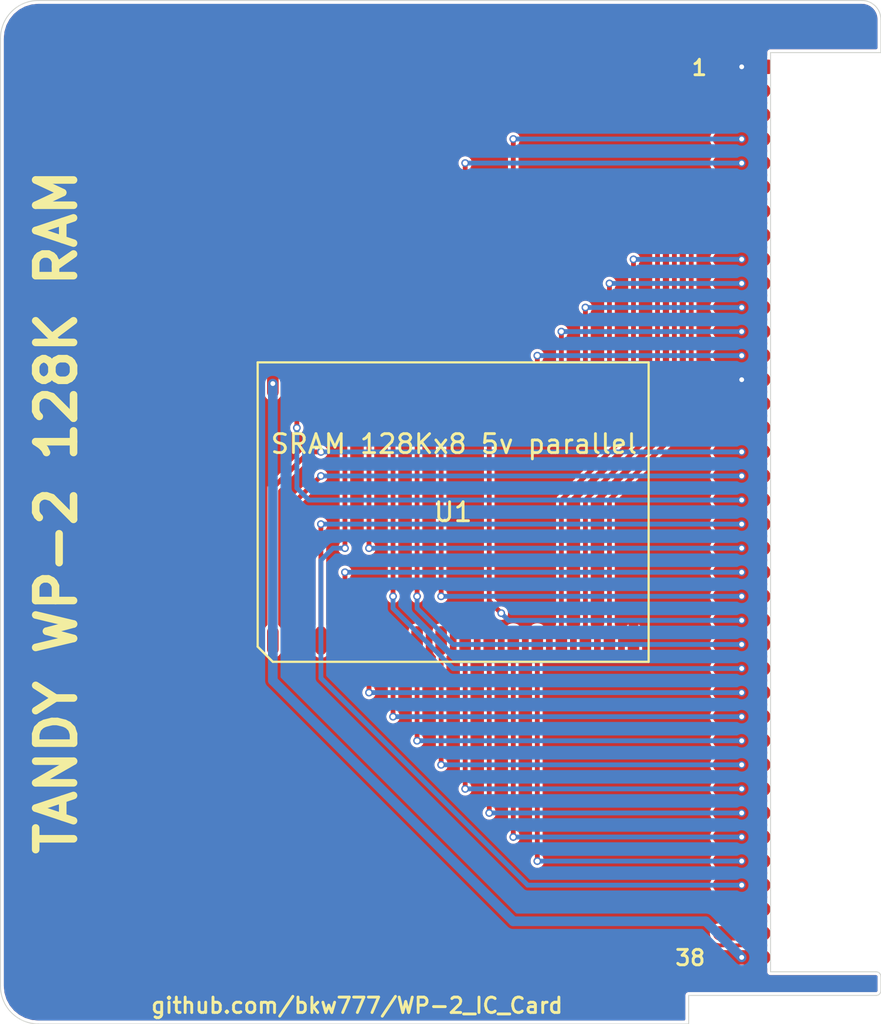
<source format=kicad_pcb>
(kicad_pcb (version 20171130) (host pcbnew 5.1.6-c6e7f7d~87~ubuntu20.04.1)

  (general
    (thickness 1.6)
    (drawings 24)
    (tracks 149)
    (zones 0)
    (modules 2)
    (nets 32)
  )

  (page A4)
  (layers
    (0 F.Cu signal)
    (31 B.Cu signal)
    (32 B.Adhes user)
    (33 F.Adhes user)
    (34 B.Paste user)
    (35 F.Paste user)
    (36 B.SilkS user)
    (37 F.SilkS user)
    (38 B.Mask user)
    (39 F.Mask user)
    (40 Dwgs.User user)
    (41 Cmts.User user)
    (42 Eco1.User user)
    (43 Eco2.User user)
    (44 Edge.Cuts user)
    (45 Margin user)
    (46 B.CrtYd user hide)
    (47 F.CrtYd user hide)
    (48 B.Fab user hide)
    (49 F.Fab user hide)
  )

  (setup
    (last_trace_width 0.254)
    (user_trace_width 0.1524)
    (user_trace_width 0.1778)
    (user_trace_width 0.2032)
    (user_trace_width 0.508)
    (trace_clearance 0.1524)
    (zone_clearance 0.508)
    (zone_45_only no)
    (trace_min 0.1524)
    (via_size 0.4064)
    (via_drill 0.254)
    (via_min_size 0.4064)
    (via_min_drill 0.254)
    (uvia_size 0.4064)
    (uvia_drill 0.254)
    (uvias_allowed no)
    (uvia_min_size 0.4064)
    (uvia_min_drill 0.254)
    (edge_width 0.05)
    (segment_width 0.2)
    (pcb_text_width 0.3)
    (pcb_text_size 1.5 1.5)
    (mod_edge_width 0.12)
    (mod_text_size 1 1)
    (mod_text_width 0.15)
    (pad_size 1.524 1.524)
    (pad_drill 0.762)
    (pad_to_mask_clearance 0.05)
    (aux_axis_origin 0 0)
    (visible_elements FFFFFF7F)
    (pcbplotparams
      (layerselection 0x010fc_ffffffff)
      (usegerberextensions false)
      (usegerberattributes true)
      (usegerberadvancedattributes true)
      (creategerberjobfile true)
      (excludeedgelayer true)
      (linewidth 0.100000)
      (plotframeref false)
      (viasonmask false)
      (mode 1)
      (useauxorigin false)
      (hpglpennumber 1)
      (hpglpenspeed 20)
      (hpglpendiameter 15.000000)
      (psnegative false)
      (psa4output false)
      (plotreference true)
      (plotvalue true)
      (plotinvisibletext false)
      (padsonsilk false)
      (subtractmaskfromsilk false)
      (outputformat 1)
      (mirror false)
      (drillshape 1)
      (scaleselection 1)
      (outputdirectory ""))
  )

  (net 0 "")
  (net 1 GND)
  (net 2 /CE2)
  (net 3 /~CE1)
  (net 4 /~OE)
  (net 5 /D0)
  (net 6 /D1)
  (net 7 /D2)
  (net 8 /D3)
  (net 9 /D4)
  (net 10 /D5)
  (net 11 /D6)
  (net 12 /D7)
  (net 13 /A16)
  (net 14 /A15)
  (net 15 /A14)
  (net 16 /A13)
  (net 17 /A12)
  (net 18 /A11)
  (net 19 /A10)
  (net 20 /A9)
  (net 21 /A8)
  (net 22 /A7)
  (net 23 /A6)
  (net 24 /A5)
  (net 25 /A4)
  (net 26 /A3)
  (net 27 /A2)
  (net 28 /A1)
  (net 29 /A0)
  (net 30 /R~W)
  (net 31 VDD)

  (net_class Default "This is the default net class."
    (clearance 0.1524)
    (trace_width 0.254)
    (via_dia 0.4064)
    (via_drill 0.254)
    (uvia_dia 0.4064)
    (uvia_drill 0.254)
    (diff_pair_width 0.1524)
    (diff_pair_gap 0.2032)
    (add_net /A0)
    (add_net /A1)
    (add_net /A10)
    (add_net /A11)
    (add_net /A12)
    (add_net /A13)
    (add_net /A14)
    (add_net /A15)
    (add_net /A16)
    (add_net /A2)
    (add_net /A3)
    (add_net /A4)
    (add_net /A5)
    (add_net /A6)
    (add_net /A7)
    (add_net /A8)
    (add_net /A9)
    (add_net /CE2)
    (add_net /D0)
    (add_net /D1)
    (add_net /D2)
    (add_net /D3)
    (add_net /D4)
    (add_net /D5)
    (add_net /D6)
    (add_net /D7)
    (add_net /R~W)
    (add_net /~CE1)
    (add_net /~OE)
    (add_net GND)
    (add_net VDD)
  )

  (module 0_LOCAL:Socket_Edge_1x38_1.27m (layer F.Cu) (tedit 5F70F573) (tstamp 5F6EC0E2)
    (at 177.8 76.2)
    (descr "Through hole straight socket strip, 1x38, 1.27mm pitch, single row")
    (tags "Through hole socket strip THT 1x38 1.27mm single row")
    (path /5F6EF0A3)
    (attr smd)
    (fp_text reference J1 (at -2.8956 4.4196 -90) (layer F.SilkS) hide
      (effects (font (size 1 1) (thickness 0.15)))
    )
    (fp_text value Conn_01x38_Female (at -2.921 23.114 -90) (layer F.Fab)
      (effects (font (size 1 1) (thickness 0.15)))
    )
    (fp_text user %R (at 0 -1.695) (layer F.Fab)
      (effects (font (size 1 1) (thickness 0.15)))
    )
    (fp_line (start 4.953 -0.762) (end 4.953 47.752) (layer F.Fab) (width 0.1))
    (fp_line (start 1.651 47.752) (end 4.953 47.752) (layer F.Fab) (width 0.1))
    (fp_line (start 1.651 47.752) (end 1.651 -0.762) (layer F.Fab) (width 0.1))
    (fp_line (start 4.953 -0.762) (end 1.651 -0.762) (layer F.Fab) (width 0.1))
    (fp_line (start -2.032 -0.635) (end -2.032 47.625) (layer F.CrtYd) (width 0.05))
    (fp_line (start -2.032 47.625) (end 1.651 47.625) (layer F.CrtYd) (width 0.05))
    (fp_line (start 1.651 47.625) (end 1.651 -0.635) (layer F.CrtYd) (width 0.05))
    (fp_line (start 1.651 -0.635) (end -2.032 -0.635) (layer F.CrtYd) (width 0.05))
    (pad 1 smd roundrect (at 0 0) (size 3.048 0.762) (layers F.Cu F.Paste F.Mask) (roundrect_rratio 0.1)
      (net 1 GND))
    (pad 2 smd oval (at 0 1.27) (size 3.048 0.762) (layers F.Cu F.Paste F.Mask)
      (net 1 GND))
    (pad 3 smd oval (at 0 2.54) (size 3.048 0.762) (layers F.Cu F.Paste F.Mask)
      (net 2 /CE2))
    (pad 4 smd oval (at 0 3.81) (size 3.048 0.762) (layers F.Cu F.Paste F.Mask)
      (net 3 /~CE1))
    (pad 5 smd oval (at 0 5.08) (size 3.048 0.762) (layers F.Cu F.Paste F.Mask)
      (net 4 /~OE))
    (pad 6 smd oval (at 0 6.35) (size 3.048 0.762) (layers F.Cu F.Paste F.Mask)
      (net 5 /D0))
    (pad 7 smd oval (at 0 7.62) (size 3.048 0.762) (layers F.Cu F.Paste F.Mask)
      (net 6 /D1))
    (pad 8 smd oval (at 0 8.89) (size 3.048 0.762) (layers F.Cu F.Paste F.Mask)
      (net 7 /D2))
    (pad 9 smd oval (at 0 10.16) (size 3.048 0.762) (layers F.Cu F.Paste F.Mask)
      (net 8 /D3))
    (pad 10 smd oval (at 0 11.43) (size 3.048 0.762) (layers F.Cu F.Paste F.Mask)
      (net 9 /D4))
    (pad 11 smd oval (at 0 12.7) (size 3.048 0.762) (layers F.Cu F.Paste F.Mask)
      (net 10 /D5))
    (pad 12 smd oval (at 0 13.97) (size 3.048 0.762) (layers F.Cu F.Paste F.Mask)
      (net 11 /D6))
    (pad 13 smd oval (at 0 15.24) (size 3.048 0.762) (layers F.Cu F.Paste F.Mask)
      (net 12 /D7))
    (pad 14 smd oval (at 0 16.51) (size 3.048 0.762) (layers F.Cu F.Paste F.Mask)
      (net 1 GND))
    (pad 15 smd oval (at 0 17.78) (size 3.048 0.762) (layers F.Cu F.Paste F.Mask))
    (pad 16 smd oval (at 0 19.05) (size 3.048 0.762) (layers F.Cu F.Paste F.Mask))
    (pad 17 smd oval (at 0 20.32) (size 3.048 0.762) (layers F.Cu F.Paste F.Mask))
    (pad 18 smd oval (at 0 21.59) (size 3.048 0.762) (layers F.Cu F.Paste F.Mask)
      (net 13 /A16))
    (pad 19 smd oval (at 0 22.86) (size 3.048 0.762) (layers F.Cu F.Paste F.Mask)
      (net 14 /A15))
    (pad 20 smd oval (at 0 24.13) (size 3.048 0.762) (layers F.Cu F.Paste F.Mask)
      (net 15 /A14))
    (pad 21 smd oval (at 0 25.4) (size 3.048 0.762) (layers F.Cu F.Paste F.Mask)
      (net 16 /A13))
    (pad 22 smd oval (at 0 26.67) (size 3.048 0.762) (layers F.Cu F.Paste F.Mask)
      (net 17 /A12))
    (pad 23 smd oval (at 0 27.94) (size 3.048 0.762) (layers F.Cu F.Paste F.Mask)
      (net 18 /A11))
    (pad 24 smd oval (at 0 29.21) (size 3.048 0.762) (layers F.Cu F.Paste F.Mask)
      (net 19 /A10))
    (pad 25 smd oval (at 0 30.48) (size 3.048 0.762) (layers F.Cu F.Paste F.Mask)
      (net 20 /A9))
    (pad 26 smd oval (at 0 31.75) (size 3.048 0.762) (layers F.Cu F.Paste F.Mask)
      (net 21 /A8))
    (pad 27 smd oval (at 0 33.02) (size 3.048 0.762) (layers F.Cu F.Paste F.Mask)
      (net 22 /A7))
    (pad 28 smd oval (at 0 34.29) (size 3.048 0.762) (layers F.Cu F.Paste F.Mask)
      (net 23 /A6))
    (pad 29 smd oval (at 0 35.56) (size 3.048 0.762) (layers F.Cu F.Paste F.Mask)
      (net 24 /A5))
    (pad 30 smd oval (at 0 36.83) (size 3.048 0.762) (layers F.Cu F.Paste F.Mask)
      (net 25 /A4))
    (pad 31 smd oval (at 0 38.1) (size 3.048 0.762) (layers F.Cu F.Paste F.Mask)
      (net 26 /A3))
    (pad 32 smd oval (at 0 39.37) (size 3.048 0.762) (layers F.Cu F.Paste F.Mask)
      (net 27 /A2))
    (pad 33 smd oval (at 0 40.64) (size 3.048 0.762) (layers F.Cu F.Paste F.Mask)
      (net 28 /A1))
    (pad 34 smd oval (at 0 41.91) (size 3.048 0.762) (layers F.Cu F.Paste F.Mask)
      (net 29 /A0))
    (pad 35 smd oval (at 0 43.18) (size 3.048 0.762) (layers F.Cu F.Paste F.Mask)
      (net 30 /R~W))
    (pad 36 smd oval (at 0 44.45) (size 3.048 0.762) (layers F.Cu F.Paste F.Mask))
    (pad 37 smd oval (at 0 45.72) (size 3.048 0.762) (layers F.Cu F.Paste F.Mask))
    (pad 38 smd oval (at 0 46.99) (size 3.048 0.762) (layers F.Cu F.Paste F.Mask)
      (net 31 VDD))
    (model ${KIPRJMOD}/3d/PinSocket_1x38_P1.27mm_Vertical.step
      (offset (xyz 1.524 0 0.0762))
      (scale (xyz 1 1 1))
      (rotate (xyz 0 -90 0))
    )
  )

  (module 0_LOCAL:SOP-32 (layer F.Cu) (tedit 5F6EA0E9) (tstamp 5F6ED49D)
    (at 162.56 99.695)
    (path /5F718069)
    (attr smd)
    (fp_text reference U1 (at 0 0) (layer F.SilkS)
      (effects (font (size 1 1) (thickness 0.15)))
    )
    (fp_text value 62-65C1024_SOP32 (at 0 0) (layer F.Fab)
      (effects (font (size 1 1) (thickness 0.15)))
    )
    (fp_line (start -10.08 7.65) (end -10.08 -7.65) (layer F.CrtYd) (width 0.05))
    (fp_line (start 10.08 7.65) (end -10.08 7.65) (layer F.CrtYd) (width 0.05))
    (fp_line (start 10.08 -7.65) (end 10.08 7.65) (layer F.CrtYd) (width 0.05))
    (fp_line (start -10.08 -7.65) (end 10.08 -7.65) (layer F.CrtYd) (width 0.05))
    (fp_line (start 10.325 7.9) (end -9.525 7.9) (layer F.SilkS) (width 0.12))
    (fp_line (start 10.325 -7.9) (end 10.325 7.9) (layer F.SilkS) (width 0.12))
    (fp_line (start -10.325 -7.9) (end 10.325 -7.9) (layer F.SilkS) (width 0.12))
    (fp_line (start -10.325 7.1) (end -10.325 -7.9) (layer F.SilkS) (width 0.12))
    (fp_line (start -9.525 7.9) (end -10.325 7.1) (layer F.SilkS) (width 0.12))
    (pad 16 smd oval (at 9.525 6.781) (size 0.6096 1.524) (layers F.Cu F.Paste F.Mask)
      (net 1 GND))
    (pad 17 smd oval (at 9.525 -6.781) (size 0.6096 1.524) (layers F.Cu F.Paste F.Mask)
      (net 8 /D3))
    (pad 15 smd oval (at 8.255 6.781) (size 0.6096 1.524) (layers F.Cu F.Paste F.Mask)
      (net 7 /D2))
    (pad 18 smd oval (at 8.255 -6.781) (size 0.6096 1.524) (layers F.Cu F.Paste F.Mask)
      (net 9 /D4))
    (pad 14 smd oval (at 6.985 6.781) (size 0.6096 1.524) (layers F.Cu F.Paste F.Mask)
      (net 6 /D1))
    (pad 19 smd oval (at 6.985 -6.781) (size 0.6096 1.524) (layers F.Cu F.Paste F.Mask)
      (net 10 /D5))
    (pad 13 smd oval (at 5.715 6.781) (size 0.6096 1.524) (layers F.Cu F.Paste F.Mask)
      (net 5 /D0))
    (pad 20 smd oval (at 5.715 -6.781) (size 0.6096 1.524) (layers F.Cu F.Paste F.Mask)
      (net 11 /D6))
    (pad 12 smd oval (at 4.445 6.781) (size 0.6096 1.524) (layers F.Cu F.Paste F.Mask)
      (net 29 /A0))
    (pad 21 smd oval (at 4.445 -6.781) (size 0.6096 1.524) (layers F.Cu F.Paste F.Mask)
      (net 12 /D7))
    (pad 11 smd oval (at 3.175 6.781) (size 0.6096 1.524) (layers F.Cu F.Paste F.Mask)
      (net 28 /A1))
    (pad 22 smd oval (at 3.175 -6.781) (size 0.6096 1.524) (layers F.Cu F.Paste F.Mask)
      (net 3 /~CE1))
    (pad 10 smd oval (at 1.905 6.781) (size 0.6096 1.524) (layers F.Cu F.Paste F.Mask)
      (net 27 /A2))
    (pad 23 smd oval (at 1.905 -6.781) (size 0.6096 1.524) (layers F.Cu F.Paste F.Mask)
      (net 19 /A10))
    (pad 9 smd oval (at 0.635 6.781) (size 0.6096 1.524) (layers F.Cu F.Paste F.Mask)
      (net 26 /A3))
    (pad 24 smd oval (at 0.635 -6.781) (size 0.6096 1.524) (layers F.Cu F.Paste F.Mask)
      (net 4 /~OE))
    (pad 8 smd oval (at -0.635 6.781) (size 0.6096 1.524) (layers F.Cu F.Paste F.Mask)
      (net 25 /A4))
    (pad 25 smd oval (at -0.635 -6.781) (size 0.6096 1.524) (layers F.Cu F.Paste F.Mask)
      (net 18 /A11))
    (pad 7 smd oval (at -1.905 6.781) (size 0.6096 1.524) (layers F.Cu F.Paste F.Mask)
      (net 24 /A5))
    (pad 26 smd oval (at -1.905 -6.781) (size 0.6096 1.524) (layers F.Cu F.Paste F.Mask)
      (net 20 /A9))
    (pad 6 smd oval (at -3.175 6.781) (size 0.6096 1.524) (layers F.Cu F.Paste F.Mask)
      (net 23 /A6))
    (pad 27 smd oval (at -3.175 -6.781) (size 0.6096 1.524) (layers F.Cu F.Paste F.Mask)
      (net 21 /A8))
    (pad 5 smd oval (at -4.445 6.781) (size 0.6096 1.524) (layers F.Cu F.Paste F.Mask)
      (net 22 /A7))
    (pad 28 smd oval (at -4.445 -6.781) (size 0.6096 1.524) (layers F.Cu F.Paste F.Mask)
      (net 16 /A13))
    (pad 4 smd oval (at -5.715 6.781) (size 0.6096 1.524) (layers F.Cu F.Paste F.Mask)
      (net 17 /A12))
    (pad 29 smd oval (at -5.715 -6.781) (size 0.6096 1.524) (layers F.Cu F.Paste F.Mask)
      (net 30 /R~W))
    (pad 3 smd oval (at -6.985 6.781) (size 0.6096 1.524) (layers F.Cu F.Paste F.Mask)
      (net 15 /A14))
    (pad 30 smd oval (at -6.985 -6.781) (size 0.6096 1.524) (layers F.Cu F.Paste F.Mask)
      (net 2 /CE2))
    (pad 2 smd oval (at -8.255 6.781) (size 0.6096 1.524) (layers F.Cu F.Paste F.Mask)
      (net 13 /A16))
    (pad 31 smd oval (at -8.255 -6.781) (size 0.6096 1.524) (layers F.Cu F.Paste F.Mask)
      (net 14 /A15))
    (pad 1 smd oval (at -9.525 6.781) (size 0.6096 1.524) (layers F.Cu F.Paste F.Mask))
    (pad 32 smd oval (at -9.525 -6.781) (size 0.6096 1.524) (layers F.Cu F.Paste F.Mask)
      (net 31 VDD))
    (model ${KIPRJMOD}/3d/SOP-32_MIL450_ALL-L.step
      (at (xyz 0 0 0))
      (scale (xyz 1 1 1))
      (rotate (xyz 0 0 -90))
    )
  )

  (gr_text "SRAM 128Kx8 5v parallel" (at 162.6 96.1) (layer F.SilkS)
    (effects (font (size 1 1) (thickness 0.15)))
  )
  (gr_arc (start 184.9 124.95) (end 184.9 125.2) (angle -90) (layer Edge.Cuts) (width 0.05) (tstamp 5F7112BC))
  (gr_arc (start 184.9 124.2) (end 185.15 124.2) (angle -90) (layer Edge.Cuts) (width 0.05))
  (gr_arc (start 184.15 73.7) (end 185.15 73.7) (angle -90) (layer Edge.Cuts) (width 0.05))
  (gr_arc (start 140.65 74.7) (end 140.65 72.7) (angle -90) (layer Edge.Cuts) (width 0.05) (tstamp 5F710F57))
  (gr_arc (start 140.65 124.7) (end 138.65 124.7) (angle -90) (layer Edge.Cuts) (width 0.05))
  (gr_line (start 184.9 123.95) (end 179.324 123.95) (layer Edge.Cuts) (width 0.05))
  (gr_line (start 185.15 124.95) (end 185.15 124.2) (layer Edge.Cuts) (width 0.05))
  (gr_line (start 175 125.2) (end 184.9 125.2) (layer Edge.Cuts) (width 0.05))
  (gr_line (start 175 126.7) (end 175 125.2) (layer Edge.Cuts) (width 0.05))
  (gr_line (start 140.65 126.7) (end 175 126.7) (layer Edge.Cuts) (width 0.05))
  (gr_line (start 138.65 74.7) (end 138.65 124.7) (layer Edge.Cuts) (width 0.05))
  (gr_line (start 184.15 72.7) (end 140.65 72.7) (layer Edge.Cuts) (width 0.05))
  (gr_line (start 185.15 75.45) (end 185.15 73.7) (layer Edge.Cuts) (width 0.05))
  (gr_line (start 179.324 75.45) (end 185.15 75.45) (layer Edge.Cuts) (width 0.05))
  (gr_text 38 (at 175.0822 123.2154) (layer F.SilkS) (tstamp 5F6F0C3C)
    (effects (font (size 0.8128 0.8128) (thickness 0.1524)))
  )
  (gr_text 1 (at 175.5648 76.2508) (layer F.SilkS)
    (effects (font (size 0.8128 0.8128) (thickness 0.1524)))
  )
  (gr_text github.com/bkw777/WP-2_IC_Card (at 157.48 125.73) (layer F.SilkS)
    (effects (font (size 0.8128 0.8128) (thickness 0.1524)))
  )
  (gr_text "TANDY WP-2 128K RAM" (at 141.605 99.695 90) (layer F.SilkS)
    (effects (font (size 2 2) (thickness 0.4)))
  )
  (gr_line (start 179.324 123.825) (end 179.324 75.565) (layer Dwgs.User) (width 0.15) (tstamp 5F6F0991))
  (gr_line (start 183.642 123.825) (end 179.324 123.825) (layer Dwgs.User) (width 0.15))
  (gr_line (start 183.642 75.565) (end 183.642 123.825) (layer Dwgs.User) (width 0.15))
  (gr_line (start 179.324 75.565) (end 183.642 75.565) (layer Dwgs.User) (width 0.15))
  (gr_line (start 179.324 123.95) (end 179.324 75.45) (layer Edge.Cuts) (width 0.05))

  (via (at 177.8 96.52) (size 0.4064) (drill 0.254) (layers F.Cu B.Cu) (net 0))
  (segment (start 177.8 96.52) (end 155.575 96.52) (width 0.254) (layer B.Cu) (net 0))
  (segment (start 155.575 96.52) (end 155.575 96.52) (width 0.254) (layer B.Cu) (net 0) (tstamp 5F6EE9A8))
  (via (at 155.575 96.52) (size 0.4064) (drill 0.254) (layers F.Cu B.Cu) (net 0))
  (segment (start 153.035 98.425) (end 154.94 96.52) (width 0.254) (layer F.Cu) (net 0))
  (segment (start 154.94 96.52) (end 155.575 96.52) (width 0.254) (layer F.Cu) (net 0))
  (segment (start 153.035 106.476) (end 153.035 98.425) (width 0.254) (layer F.Cu) (net 0))
  (via (at 177.8 76.2) (size 0.4064) (drill 0.254) (layers F.Cu B.Cu) (net 1))
  (via (at 177.8 92.71) (size 0.4064) (drill 0.254) (layers F.Cu B.Cu) (net 1))
  (segment (start 163.957 78.74) (end 177.8 78.74) (width 0.254) (layer F.Cu) (net 2))
  (segment (start 155.575 87.122) (end 163.957 78.74) (width 0.254) (layer F.Cu) (net 2))
  (segment (start 155.575 92.914) (end 155.575 87.122) (width 0.254) (layer F.Cu) (net 2))
  (via (at 177.8 80.01) (size 0.4064) (drill 0.254) (layers F.Cu B.Cu) (net 3))
  (segment (start 177.8 80.01) (end 165.735 80.01) (width 0.254) (layer B.Cu) (net 3))
  (via (at 165.735 80.01) (size 0.4064) (drill 0.254) (layers F.Cu B.Cu) (net 3))
  (segment (start 165.735 80.01) (end 165.735 92.914) (width 0.254) (layer F.Cu) (net 3))
  (via (at 177.8 81.28) (size 0.4064) (drill 0.254) (layers F.Cu B.Cu) (net 4))
  (segment (start 177.8 81.28) (end 163.195 81.28) (width 0.254) (layer B.Cu) (net 4))
  (via (at 163.195 81.28) (size 0.4064) (drill 0.254) (layers F.Cu B.Cu) (net 4))
  (segment (start 163.195 81.28) (end 163.195 92.914) (width 0.254) (layer F.Cu) (net 4))
  (segment (start 175.641 82.55) (end 177.8 82.55) (width 0.254) (layer F.Cu) (net 5))
  (segment (start 173.355 84.836) (end 175.641 82.55) (width 0.254) (layer F.Cu) (net 5))
  (segment (start 173.355 93.98) (end 173.355 84.836) (width 0.254) (layer F.Cu) (net 5))
  (segment (start 168.275 99.06) (end 173.355 93.98) (width 0.254) (layer F.Cu) (net 5))
  (segment (start 168.275 106.476) (end 168.275 99.06) (width 0.254) (layer F.Cu) (net 5))
  (segment (start 175.641 83.82) (end 177.8 83.82) (width 0.254) (layer F.Cu) (net 6))
  (segment (start 174.244 94.361) (end 174.244 85.217) (width 0.254) (layer F.Cu) (net 6))
  (segment (start 174.244 85.217) (end 175.641 83.82) (width 0.254) (layer F.Cu) (net 6))
  (segment (start 169.545 99.06) (end 174.244 94.361) (width 0.254) (layer F.Cu) (net 6))
  (segment (start 169.545 106.476) (end 169.545 99.06) (width 0.254) (layer F.Cu) (net 6))
  (segment (start 175.641 85.09) (end 177.8 85.09) (width 0.254) (layer F.Cu) (net 7))
  (segment (start 175.133 85.598) (end 175.641 85.09) (width 0.254) (layer F.Cu) (net 7))
  (segment (start 175.133 94.742) (end 175.133 85.598) (width 0.254) (layer F.Cu) (net 7))
  (segment (start 170.815 99.06) (end 175.133 94.742) (width 0.254) (layer F.Cu) (net 7))
  (segment (start 170.815 106.476) (end 170.815 99.06) (width 0.254) (layer F.Cu) (net 7))
  (via (at 177.8 86.36) (size 0.4064) (drill 0.254) (layers F.Cu B.Cu) (net 8))
  (segment (start 177.8 86.36) (end 172.085 86.36) (width 0.254) (layer B.Cu) (net 8))
  (via (at 172.085 86.36) (size 0.4064) (drill 0.254) (layers F.Cu B.Cu) (net 8))
  (segment (start 172.085 86.36) (end 172.085 92.914) (width 0.254) (layer F.Cu) (net 8))
  (via (at 177.8 87.63) (size 0.4064) (drill 0.254) (layers F.Cu B.Cu) (net 9))
  (segment (start 170.815 87.63) (end 177.8 87.63) (width 0.254) (layer B.Cu) (net 9))
  (via (at 170.815 87.63) (size 0.4064) (drill 0.254) (layers F.Cu B.Cu) (net 9))
  (segment (start 170.815 87.63) (end 170.815 92.914) (width 0.254) (layer F.Cu) (net 9))
  (via (at 177.8 88.9) (size 0.4064) (drill 0.254) (layers F.Cu B.Cu) (net 10))
  (segment (start 177.8 88.9) (end 169.545 88.9) (width 0.254) (layer B.Cu) (net 10))
  (via (at 169.545 88.9) (size 0.4064) (drill 0.254) (layers F.Cu B.Cu) (net 10))
  (segment (start 169.545 88.9) (end 169.545 92.914) (width 0.254) (layer F.Cu) (net 10))
  (via (at 177.8 90.17) (size 0.4064) (drill 0.254) (layers F.Cu B.Cu) (net 11))
  (segment (start 177.8 90.17) (end 168.275 90.17) (width 0.254) (layer B.Cu) (net 11))
  (via (at 168.275 90.17) (size 0.4064) (drill 0.254) (layers F.Cu B.Cu) (net 11))
  (segment (start 168.275 90.17) (end 168.275 92.914) (width 0.254) (layer F.Cu) (net 11))
  (via (at 177.8 91.44) (size 0.4064) (drill 0.254) (layers F.Cu B.Cu) (net 12))
  (segment (start 177.8 91.44) (end 167.005 91.44) (width 0.254) (layer B.Cu) (net 12))
  (via (at 167.005 91.44) (size 0.4064) (drill 0.254) (layers F.Cu B.Cu) (net 12))
  (segment (start 167.005 91.44) (end 167.005 92.914) (width 0.254) (layer F.Cu) (net 12))
  (segment (start 177.8 97.79) (end 177.8 97.79) (width 0.254) (layer F.Cu) (net 13) (tstamp 5F6EDE1F))
  (via (at 177.8 97.79) (size 0.4064) (drill 0.254) (layers F.Cu B.Cu) (net 13))
  (segment (start 155.575 97.79) (end 177.8 97.79) (width 0.254) (layer B.Cu) (net 13))
  (via (at 155.575 97.79) (size 0.4064) (drill 0.254) (layers F.Cu B.Cu) (net 13))
  (segment (start 154.305 99.06) (end 154.305 106.476) (width 0.254) (layer F.Cu) (net 13))
  (segment (start 155.575 97.79) (end 154.305 99.06) (width 0.254) (layer F.Cu) (net 13))
  (via (at 177.8 99.06) (size 0.4064) (drill 0.254) (layers F.Cu B.Cu) (net 14))
  (segment (start 154.305 95.25) (end 154.305 92.914) (width 0.254) (layer F.Cu) (net 14))
  (via (at 154.305 95.25) (size 0.4064) (drill 0.254) (layers F.Cu B.Cu) (net 14))
  (segment (start 154.94 99.06) (end 177.8 99.06) (width 0.254) (layer B.Cu) (net 14))
  (segment (start 154.305 98.425) (end 154.94 99.06) (width 0.254) (layer B.Cu) (net 14))
  (segment (start 154.305 95.25) (end 154.305 98.425) (width 0.254) (layer B.Cu) (net 14))
  (segment (start 177.8 100.33) (end 177.8 100.33) (width 0.254) (layer F.Cu) (net 15) (tstamp 5F6EDE21))
  (via (at 177.8 100.33) (size 0.4064) (drill 0.254) (layers F.Cu B.Cu) (net 15))
  (segment (start 155.575 100.33) (end 177.8 100.33) (width 0.254) (layer B.Cu) (net 15))
  (via (at 155.575 100.33) (size 0.4064) (drill 0.254) (layers F.Cu B.Cu) (net 15))
  (segment (start 155.575 100.33) (end 155.575 106.476) (width 0.254) (layer F.Cu) (net 15))
  (via (at 177.8 101.6) (size 0.4064) (drill 0.254) (layers F.Cu B.Cu) (net 16))
  (segment (start 177.8 101.6) (end 158.115 101.6) (width 0.254) (layer B.Cu) (net 16))
  (via (at 158.115 101.6) (size 0.4064) (drill 0.254) (layers F.Cu B.Cu) (net 16))
  (segment (start 158.115 101.6) (end 158.115 92.914) (width 0.254) (layer F.Cu) (net 16))
  (segment (start 177.8 102.87) (end 177.8 102.87) (width 0.254) (layer F.Cu) (net 17) (tstamp 5F6EDE23))
  (via (at 177.8 102.87) (size 0.4064) (drill 0.254) (layers F.Cu B.Cu) (net 17))
  (segment (start 156.845 102.87) (end 177.8 102.87) (width 0.254) (layer B.Cu) (net 17))
  (via (at 156.845 102.87) (size 0.4064) (drill 0.254) (layers F.Cu B.Cu) (net 17))
  (segment (start 156.845 102.87) (end 156.845 106.476) (width 0.254) (layer F.Cu) (net 17))
  (via (at 177.8 104.14) (size 0.4064) (drill 0.254) (layers F.Cu B.Cu) (net 18))
  (segment (start 177.8 104.14) (end 161.925 104.14) (width 0.254) (layer B.Cu) (net 18))
  (via (at 161.925 104.14) (size 0.4064) (drill 0.254) (layers F.Cu B.Cu) (net 18))
  (segment (start 161.925 104.14) (end 161.925 92.914) (width 0.254) (layer F.Cu) (net 18))
  (via (at 177.8 105.41) (size 0.4064) (drill 0.254) (layers F.Cu B.Cu) (net 19))
  (segment (start 164.465 104.394) (end 164.465 92.914) (width 0.254) (layer F.Cu) (net 19))
  (segment (start 165.1 105.029) (end 164.465 104.394) (width 0.254) (layer F.Cu) (net 19))
  (segment (start 165.481 105.41) (end 177.8 105.41) (width 0.254) (layer B.Cu) (net 19))
  (segment (start 165.1 105.029) (end 165.481 105.41) (width 0.254) (layer B.Cu) (net 19))
  (via (at 165.1 105.029) (size 0.4064) (drill 0.254) (layers F.Cu B.Cu) (net 19))
  (via (at 177.8 106.68) (size 0.4064) (drill 0.254) (layers F.Cu B.Cu) (net 20))
  (via (at 160.655 104.14) (size 0.4064) (drill 0.254) (layers F.Cu B.Cu) (net 20))
  (segment (start 160.655 104.14) (end 160.655 92.914) (width 0.254) (layer F.Cu) (net 20))
  (segment (start 162.56 106.68) (end 177.8 106.68) (width 0.254) (layer B.Cu) (net 20))
  (segment (start 160.655 104.775) (end 162.56 106.68) (width 0.254) (layer B.Cu) (net 20))
  (segment (start 160.655 104.14) (end 160.655 104.775) (width 0.254) (layer B.Cu) (net 20))
  (via (at 177.8 107.95) (size 0.4064) (drill 0.254) (layers F.Cu B.Cu) (net 21))
  (via (at 159.385 104.14) (size 0.4064) (drill 0.254) (layers F.Cu B.Cu) (net 21))
  (segment (start 159.385 104.14) (end 159.385 92.914) (width 0.254) (layer F.Cu) (net 21))
  (segment (start 162.56 107.95) (end 177.8 107.95) (width 0.254) (layer B.Cu) (net 21))
  (segment (start 159.385 104.775) (end 162.56 107.95) (width 0.254) (layer B.Cu) (net 21))
  (segment (start 159.385 104.14) (end 159.385 104.775) (width 0.254) (layer B.Cu) (net 21))
  (via (at 177.8 109.22) (size 0.4064) (drill 0.254) (layers F.Cu B.Cu) (net 22))
  (segment (start 177.8 109.22) (end 158.115 109.22) (width 0.254) (layer B.Cu) (net 22))
  (via (at 158.115 109.22) (size 0.4064) (drill 0.254) (layers F.Cu B.Cu) (net 22))
  (segment (start 158.115 109.22) (end 158.115 106.476) (width 0.254) (layer F.Cu) (net 22))
  (via (at 177.8 110.49) (size 0.4064) (drill 0.254) (layers F.Cu B.Cu) (net 23))
  (segment (start 177.8 110.49) (end 159.385 110.49) (width 0.254) (layer B.Cu) (net 23))
  (via (at 159.385 110.49) (size 0.4064) (drill 0.254) (layers F.Cu B.Cu) (net 23))
  (segment (start 159.385 110.49) (end 159.385 106.476) (width 0.254) (layer F.Cu) (net 23))
  (via (at 177.8 111.76) (size 0.4064) (drill 0.254) (layers F.Cu B.Cu) (net 24))
  (segment (start 177.8 111.76) (end 160.655 111.76) (width 0.254) (layer B.Cu) (net 24))
  (via (at 160.655 111.76) (size 0.4064) (drill 0.254) (layers F.Cu B.Cu) (net 24))
  (segment (start 160.655 111.76) (end 160.655 106.476) (width 0.254) (layer F.Cu) (net 24))
  (via (at 177.8 113.03) (size 0.4064) (drill 0.254) (layers F.Cu B.Cu) (net 25))
  (segment (start 177.8 113.03) (end 161.925 113.03) (width 0.254) (layer B.Cu) (net 25))
  (via (at 161.925 113.03) (size 0.4064) (drill 0.254) (layers F.Cu B.Cu) (net 25))
  (segment (start 161.925 113.03) (end 161.925 106.476) (width 0.254) (layer F.Cu) (net 25))
  (via (at 177.8 114.3) (size 0.4064) (drill 0.254) (layers F.Cu B.Cu) (net 26))
  (segment (start 177.8 114.3) (end 163.195 114.3) (width 0.254) (layer B.Cu) (net 26))
  (via (at 163.195 114.3) (size 0.4064) (drill 0.254) (layers F.Cu B.Cu) (net 26))
  (segment (start 163.195 114.3) (end 163.195 106.476) (width 0.254) (layer F.Cu) (net 26))
  (via (at 177.8 115.57) (size 0.4064) (drill 0.254) (layers F.Cu B.Cu) (net 27))
  (segment (start 177.8 115.57) (end 164.465 115.57) (width 0.254) (layer B.Cu) (net 27))
  (via (at 164.465 115.57) (size 0.4064) (drill 0.254) (layers F.Cu B.Cu) (net 27))
  (segment (start 164.465 115.57) (end 164.465 106.476) (width 0.254) (layer F.Cu) (net 27))
  (via (at 177.8 116.84) (size 0.4064) (drill 0.254) (layers F.Cu B.Cu) (net 28))
  (segment (start 177.8 116.84) (end 165.735 116.84) (width 0.254) (layer B.Cu) (net 28))
  (via (at 165.735 116.84) (size 0.4064) (drill 0.254) (layers F.Cu B.Cu) (net 28))
  (segment (start 165.735 116.84) (end 165.735 106.476) (width 0.254) (layer F.Cu) (net 28))
  (via (at 177.8 118.11) (size 0.4064) (drill 0.254) (layers F.Cu B.Cu) (net 29))
  (segment (start 177.8 118.11) (end 167.005 118.11) (width 0.254) (layer B.Cu) (net 29))
  (via (at 167.005 118.11) (size 0.4064) (drill 0.254) (layers F.Cu B.Cu) (net 29))
  (segment (start 167.005 118.11) (end 167.005 106.476) (width 0.254) (layer F.Cu) (net 29))
  (via (at 177.8 119.38) (size 0.4064) (drill 0.254) (layers F.Cu B.Cu) (net 30))
  (via (at 156.845 101.6) (size 0.4064) (drill 0.254) (layers F.Cu B.Cu) (net 30))
  (segment (start 156.845 101.6) (end 156.845 92.914) (width 0.254) (layer F.Cu) (net 30))
  (segment (start 166.497 119.38) (end 177.8 119.38) (width 0.254) (layer B.Cu) (net 30))
  (segment (start 155.575 108.458) (end 166.497 119.38) (width 0.254) (layer B.Cu) (net 30))
  (segment (start 155.575 102.235) (end 155.575 108.458) (width 0.254) (layer B.Cu) (net 30))
  (segment (start 156.21 101.6) (end 155.575 102.235) (width 0.254) (layer B.Cu) (net 30))
  (segment (start 156.845 101.6) (end 156.21 101.6) (width 0.254) (layer B.Cu) (net 30))
  (via (at 177.8 123.19) (size 0.4064) (drill 0.254) (layers F.Cu B.Cu) (net 31))
  (via (at 153.035 92.914) (size 0.4064) (drill 0.254) (layers F.Cu B.Cu) (net 31))
  (segment (start 175.895 121.285) (end 177.8 123.19) (width 0.508) (layer B.Cu) (net 31))
  (segment (start 165.735 121.285) (end 175.895 121.285) (width 0.508) (layer B.Cu) (net 31))
  (segment (start 153.035 108.585) (end 165.735 121.285) (width 0.508) (layer B.Cu) (net 31))
  (segment (start 153.035 92.914) (end 153.035 108.585) (width 0.508) (layer B.Cu) (net 31))

  (zone (net 1) (net_name GND) (layer F.Cu) (tstamp 0) (hatch edge 0.508)
    (connect_pads (clearance 0.1524))
    (min_thickness 0.1524)
    (fill yes (arc_segments 32) (thermal_gap 0.1524) (thermal_bridge_width 0.508) (smoothing fillet) (radius 0.0762))
    (polygon
      (pts
        (xy 185.15 126.7) (xy 138.65 126.7) (xy 138.65 72.7) (xy 185.15 72.7)
      )
    )
    (filled_polygon
      (pts
        (xy 184.294744 72.969009) (xy 184.433964 73.011042) (xy 184.562378 73.07932) (xy 184.675083 73.17124) (xy 184.767786 73.283299)
        (xy 184.836957 73.411228) (xy 184.879963 73.55016) (xy 184.896401 73.706551) (xy 184.8964 75.1964) (xy 179.336459 75.1964)
        (xy 179.324 75.195173) (xy 179.311541 75.1964) (xy 179.274286 75.200069) (xy 179.226482 75.214571) (xy 179.182426 75.238119)
        (xy 179.14381 75.26981) (xy 179.112119 75.308426) (xy 179.088571 75.352482) (xy 179.074069 75.400286) (xy 179.069173 75.45)
        (xy 179.070401 75.462469) (xy 179.070401 75.589512) (xy 178.03495 75.5904) (xy 177.9778 75.64755) (xy 177.9778 76.0222)
        (xy 177.9978 76.0222) (xy 177.9978 76.3778) (xy 177.9778 76.3778) (xy 177.9778 76.75245) (xy 178.03495 76.8096)
        (xy 179.070401 76.810488) (xy 179.070401 76.8604) (xy 177.9778 76.8604) (xy 177.9778 77.2922) (xy 177.9978 77.2922)
        (xy 177.9978 77.6478) (xy 177.9778 77.6478) (xy 177.9778 78.0796) (xy 179.070401 78.0796) (xy 179.070401 78.141617)
        (xy 179.062502 78.139221) (xy 178.972941 78.1304) (xy 176.627059 78.1304) (xy 176.537498 78.139221) (xy 176.422588 78.174079)
        (xy 176.316686 78.230684) (xy 176.223862 78.306862) (xy 176.160229 78.3844) (xy 163.974455 78.3844) (xy 163.956999 78.382681)
        (xy 163.939544 78.3844) (xy 163.939537 78.3844) (xy 163.894187 78.388867) (xy 163.887289 78.389546) (xy 163.858102 78.3984)
        (xy 163.82026 78.409879) (xy 163.758484 78.442899) (xy 163.758482 78.4429) (xy 163.758483 78.4429) (xy 163.7179 78.476205)
        (xy 163.717895 78.47621) (xy 163.704337 78.487337) (xy 163.69321 78.500895) (xy 155.335901 86.858206) (xy 155.322338 86.869337)
        (xy 155.2779 86.923484) (xy 155.26139 86.954372) (xy 155.24488 86.985259) (xy 155.224546 87.05229) (xy 155.217681 87.122)
        (xy 155.219401 87.139466) (xy 155.2194 92.058605) (xy 155.196005 92.077805) (xy 155.129349 92.159025) (xy 155.079819 92.25169)
        (xy 155.049319 92.352236) (xy 155.0416 92.430606) (xy 155.0416 93.397395) (xy 155.04932 93.475765) (xy 155.07982 93.576311)
        (xy 155.12935 93.668975) (xy 155.196006 93.750195) (xy 155.277226 93.816851) (xy 155.36989 93.866381) (xy 155.470436 93.896881)
        (xy 155.575 93.90718) (xy 155.679565 93.896881) (xy 155.780111 93.866381) (xy 155.872775 93.816851) (xy 155.953995 93.750195)
        (xy 156.020651 93.668975) (xy 156.070181 93.576311) (xy 156.100681 93.475765) (xy 156.1084 93.397395) (xy 156.1084 92.430606)
        (xy 156.3116 92.430606) (xy 156.3116 93.397395) (xy 156.31932 93.475765) (xy 156.34982 93.576311) (xy 156.39935 93.668975)
        (xy 156.466006 93.750195) (xy 156.489401 93.769395) (xy 156.4894 101.354974) (xy 156.462344 101.395466) (xy 156.429794 101.474049)
        (xy 156.4132 101.557471) (xy 156.4132 101.642529) (xy 156.429794 101.725951) (xy 156.462344 101.804534) (xy 156.509599 101.875256)
        (xy 156.569744 101.935401) (xy 156.640466 101.982656) (xy 156.719049 102.015206) (xy 156.802471 102.0318) (xy 156.887529 102.0318)
        (xy 156.970951 102.015206) (xy 157.049534 101.982656) (xy 157.120256 101.935401) (xy 157.180401 101.875256) (xy 157.227656 101.804534)
        (xy 157.260206 101.725951) (xy 157.2768 101.642529) (xy 157.2768 101.557471) (xy 157.260206 101.474049) (xy 157.227656 101.395466)
        (xy 157.2006 101.354974) (xy 157.2006 93.769395) (xy 157.223995 93.750195) (xy 157.290651 93.668975) (xy 157.340181 93.576311)
        (xy 157.370681 93.475765) (xy 157.3784 93.397395) (xy 157.3784 92.430606) (xy 157.5816 92.430606) (xy 157.5816 93.397395)
        (xy 157.58932 93.475765) (xy 157.61982 93.576311) (xy 157.66935 93.668975) (xy 157.736006 93.750195) (xy 157.759401 93.769395)
        (xy 157.7594 101.354974) (xy 157.732344 101.395466) (xy 157.699794 101.474049) (xy 157.6832 101.557471) (xy 157.6832 101.642529)
        (xy 157.699794 101.725951) (xy 157.732344 101.804534) (xy 157.779599 101.875256) (xy 157.839744 101.935401) (xy 157.910466 101.982656)
        (xy 157.989049 102.015206) (xy 158.072471 102.0318) (xy 158.157529 102.0318) (xy 158.240951 102.015206) (xy 158.319534 101.982656)
        (xy 158.390256 101.935401) (xy 158.450401 101.875256) (xy 158.497656 101.804534) (xy 158.530206 101.725951) (xy 158.5468 101.642529)
        (xy 158.5468 101.557471) (xy 158.530206 101.474049) (xy 158.497656 101.395466) (xy 158.4706 101.354974) (xy 158.4706 93.769395)
        (xy 158.493995 93.750195) (xy 158.560651 93.668975) (xy 158.610181 93.576311) (xy 158.640681 93.475765) (xy 158.6484 93.397395)
        (xy 158.6484 92.430606) (xy 158.8516 92.430606) (xy 158.8516 93.397395) (xy 158.85932 93.475765) (xy 158.88982 93.576311)
        (xy 158.93935 93.668975) (xy 159.006006 93.750195) (xy 159.029401 93.769395) (xy 159.0294 103.894974) (xy 159.002344 103.935466)
        (xy 158.969794 104.014049) (xy 158.9532 104.097471) (xy 158.9532 104.182529) (xy 158.969794 104.265951) (xy 159.002344 104.344534)
        (xy 159.049599 104.415256) (xy 159.109744 104.475401) (xy 159.180466 104.522656) (xy 159.259049 104.555206) (xy 159.342471 104.5718)
        (xy 159.427529 104.5718) (xy 159.510951 104.555206) (xy 159.589534 104.522656) (xy 159.660256 104.475401) (xy 159.720401 104.415256)
        (xy 159.767656 104.344534) (xy 159.800206 104.265951) (xy 159.8168 104.182529) (xy 159.8168 104.097471) (xy 159.800206 104.014049)
        (xy 159.767656 103.935466) (xy 159.7406 103.894974) (xy 159.7406 93.769395) (xy 159.763995 93.750195) (xy 159.830651 93.668975)
        (xy 159.880181 93.576311) (xy 159.910681 93.475765) (xy 159.9184 93.397395) (xy 159.9184 92.430606) (xy 160.1216 92.430606)
        (xy 160.1216 93.397395) (xy 160.12932 93.475765) (xy 160.15982 93.576311) (xy 160.20935 93.668975) (xy 160.276006 93.750195)
        (xy 160.299401 93.769395) (xy 160.2994 103.894974) (xy 160.272344 103.935466) (xy 160.239794 104.014049) (xy 160.2232 104.097471)
        (xy 160.2232 104.182529) (xy 160.239794 104.265951) (xy 160.272344 104.344534) (xy 160.319599 104.415256) (xy 160.379744 104.475401)
        (xy 160.450466 104.522656) (xy 160.529049 104.555206) (xy 160.612471 104.5718) (xy 160.697529 104.5718) (xy 160.780951 104.555206)
        (xy 160.859534 104.522656) (xy 160.930256 104.475401) (xy 160.990401 104.415256) (xy 161.037656 104.344534) (xy 161.070206 104.265951)
        (xy 161.0868 104.182529) (xy 161.0868 104.097471) (xy 161.070206 104.014049) (xy 161.037656 103.935466) (xy 161.0106 103.894974)
        (xy 161.0106 93.769395) (xy 161.033995 93.750195) (xy 161.100651 93.668975) (xy 161.150181 93.576311) (xy 161.180681 93.475765)
        (xy 161.1884 93.397395) (xy 161.1884 92.430606) (xy 161.3916 92.430606) (xy 161.3916 93.397395) (xy 161.39932 93.475765)
        (xy 161.42982 93.576311) (xy 161.47935 93.668975) (xy 161.546006 93.750195) (xy 161.569401 93.769395) (xy 161.5694 103.894974)
        (xy 161.542344 103.935466) (xy 161.509794 104.014049) (xy 161.4932 104.097471) (xy 161.4932 104.182529) (xy 161.509794 104.265951)
        (xy 161.542344 104.344534) (xy 161.589599 104.415256) (xy 161.649744 104.475401) (xy 161.720466 104.522656) (xy 161.799049 104.555206)
        (xy 161.882471 104.5718) (xy 161.967529 104.5718) (xy 162.050951 104.555206) (xy 162.129534 104.522656) (xy 162.200256 104.475401)
        (xy 162.260401 104.415256) (xy 162.307656 104.344534) (xy 162.340206 104.265951) (xy 162.3568 104.182529) (xy 162.3568 104.097471)
        (xy 162.340206 104.014049) (xy 162.307656 103.935466) (xy 162.2806 103.894974) (xy 162.2806 93.769395) (xy 162.303995 93.750195)
        (xy 162.370651 93.668975) (xy 162.420181 93.576311) (xy 162.450681 93.475765) (xy 162.4584 93.397395) (xy 162.4584 92.430606)
        (xy 162.6616 92.430606) (xy 162.6616 93.397395) (xy 162.66932 93.475765) (xy 162.69982 93.576311) (xy 162.74935 93.668975)
        (xy 162.816006 93.750195) (xy 162.897226 93.816851) (xy 162.98989 93.866381) (xy 163.090436 93.896881) (xy 163.195 93.90718)
        (xy 163.299565 93.896881) (xy 163.400111 93.866381) (xy 163.492775 93.816851) (xy 163.573995 93.750195) (xy 163.640651 93.668975)
        (xy 163.690181 93.576311) (xy 163.720681 93.475765) (xy 163.7284 93.397395) (xy 163.7284 92.430606) (xy 163.9316 92.430606)
        (xy 163.9316 93.397395) (xy 163.93932 93.475765) (xy 163.96982 93.576311) (xy 164.01935 93.668975) (xy 164.086006 93.750195)
        (xy 164.109401 93.769395) (xy 164.1094 104.376545) (xy 164.107681 104.394) (xy 164.1094 104.411455) (xy 164.1094 104.411462)
        (xy 164.113867 104.456812) (xy 164.114546 104.46371) (xy 164.119583 104.480314) (xy 164.134879 104.530739) (xy 164.167899 104.592515)
        (xy 164.212337 104.646662) (xy 164.225901 104.657794) (xy 164.675293 105.107187) (xy 164.684794 105.154951) (xy 164.717344 105.233534)
        (xy 164.764599 105.304256) (xy 164.824744 105.364401) (xy 164.895466 105.411656) (xy 164.974049 105.444206) (xy 165.057471 105.4608)
        (xy 165.142529 105.4608) (xy 165.225951 105.444206) (xy 165.304534 105.411656) (xy 165.375256 105.364401) (xy 165.435401 105.304256)
        (xy 165.482656 105.233534) (xy 165.515206 105.154951) (xy 165.5318 105.071529) (xy 165.5318 104.986471) (xy 165.515206 104.903049)
        (xy 165.482656 104.824466) (xy 165.435401 104.753744) (xy 165.375256 104.693599) (xy 165.304534 104.646344) (xy 165.225951 104.613794)
        (xy 165.178187 104.604293) (xy 164.8206 104.246707) (xy 164.8206 93.769395) (xy 164.843995 93.750195) (xy 164.910651 93.668975)
        (xy 164.960181 93.576311) (xy 164.990681 93.475765) (xy 164.9984 93.397395) (xy 164.9984 92.430606) (xy 165.2016 92.430606)
        (xy 165.2016 93.397395) (xy 165.20932 93.475765) (xy 165.23982 93.576311) (xy 165.28935 93.668975) (xy 165.356006 93.750195)
        (xy 165.437226 93.816851) (xy 165.52989 93.866381) (xy 165.630436 93.896881) (xy 165.735 93.90718) (xy 165.839565 93.896881)
        (xy 165.940111 93.866381) (xy 166.032775 93.816851) (xy 166.113995 93.750195) (xy 166.180651 93.668975) (xy 166.230181 93.576311)
        (xy 166.260681 93.475765) (xy 166.2684 93.397395) (xy 166.2684 92.430606) (xy 166.4716 92.430606) (xy 166.4716 93.397395)
        (xy 166.47932 93.475765) (xy 166.50982 93.576311) (xy 166.55935 93.668975) (xy 166.626006 93.750195) (xy 166.707226 93.816851)
        (xy 166.79989 93.866381) (xy 166.900436 93.896881) (xy 167.005 93.90718) (xy 167.109565 93.896881) (xy 167.210111 93.866381)
        (xy 167.302775 93.816851) (xy 167.383995 93.750195) (xy 167.450651 93.668975) (xy 167.500181 93.576311) (xy 167.530681 93.475765)
        (xy 167.5384 93.397395) (xy 167.5384 92.430606) (xy 167.7416 92.430606) (xy 167.7416 93.397395) (xy 167.74932 93.475765)
        (xy 167.77982 93.576311) (xy 167.82935 93.668975) (xy 167.896006 93.750195) (xy 167.977226 93.816851) (xy 168.06989 93.866381)
        (xy 168.170436 93.896881) (xy 168.275 93.90718) (xy 168.379565 93.896881) (xy 168.480111 93.866381) (xy 168.572775 93.816851)
        (xy 168.653995 93.750195) (xy 168.720651 93.668975) (xy 168.770181 93.576311) (xy 168.800681 93.475765) (xy 168.8084 93.397395)
        (xy 168.8084 92.430606) (xy 169.0116 92.430606) (xy 169.0116 93.397395) (xy 169.01932 93.475765) (xy 169.04982 93.576311)
        (xy 169.09935 93.668975) (xy 169.166006 93.750195) (xy 169.247226 93.816851) (xy 169.33989 93.866381) (xy 169.440436 93.896881)
        (xy 169.545 93.90718) (xy 169.649565 93.896881) (xy 169.750111 93.866381) (xy 169.842775 93.816851) (xy 169.923995 93.750195)
        (xy 169.990651 93.668975) (xy 170.040181 93.576311) (xy 170.070681 93.475765) (xy 170.0784 93.397395) (xy 170.0784 92.430606)
        (xy 170.2816 92.430606) (xy 170.2816 93.397395) (xy 170.28932 93.475765) (xy 170.31982 93.576311) (xy 170.36935 93.668975)
        (xy 170.436006 93.750195) (xy 170.517226 93.816851) (xy 170.60989 93.866381) (xy 170.710436 93.896881) (xy 170.815 93.90718)
        (xy 170.919565 93.896881) (xy 171.020111 93.866381) (xy 171.112775 93.816851) (xy 171.193995 93.750195) (xy 171.260651 93.668975)
        (xy 171.310181 93.576311) (xy 171.340681 93.475765) (xy 171.3484 93.397395) (xy 171.3484 92.430606) (xy 171.5516 92.430606)
        (xy 171.5516 93.397395) (xy 171.55932 93.475765) (xy 171.58982 93.576311) (xy 171.63935 93.668975) (xy 171.706006 93.750195)
        (xy 171.787226 93.816851) (xy 171.87989 93.866381) (xy 171.980436 93.896881) (xy 172.085 93.90718) (xy 172.189565 93.896881)
        (xy 172.290111 93.866381) (xy 172.382775 93.816851) (xy 172.463995 93.750195) (xy 172.530651 93.668975) (xy 172.580181 93.576311)
        (xy 172.610681 93.475765) (xy 172.6184 93.397395) (xy 172.6184 92.430605) (xy 172.610681 92.352235) (xy 172.580181 92.251689)
        (xy 172.530651 92.159025) (xy 172.463995 92.077805) (xy 172.4406 92.058605) (xy 172.4406 86.605026) (xy 172.467656 86.564534)
        (xy 172.500206 86.485951) (xy 172.5168 86.402529) (xy 172.5168 86.317471) (xy 172.500206 86.234049) (xy 172.467656 86.155466)
        (xy 172.420401 86.084744) (xy 172.360256 86.024599) (xy 172.289534 85.977344) (xy 172.210951 85.944794) (xy 172.127529 85.9282)
        (xy 172.042471 85.9282) (xy 171.959049 85.944794) (xy 171.880466 85.977344) (xy 171.809744 86.024599) (xy 171.749599 86.084744)
        (xy 171.702344 86.155466) (xy 171.669794 86.234049) (xy 171.6532 86.317471) (xy 171.6532 86.402529) (xy 171.669794 86.485951)
        (xy 171.702344 86.564534) (xy 171.7294 86.605026) (xy 171.729401 92.058604) (xy 171.706005 92.077805) (xy 171.639349 92.159025)
        (xy 171.589819 92.25169) (xy 171.559319 92.352236) (xy 171.5516 92.430606) (xy 171.3484 92.430606) (xy 171.3484 92.430605)
        (xy 171.340681 92.352235) (xy 171.310181 92.251689) (xy 171.260651 92.159025) (xy 171.193995 92.077805) (xy 171.1706 92.058605)
        (xy 171.1706 87.875026) (xy 171.197656 87.834534) (xy 171.230206 87.755951) (xy 171.2468 87.672529) (xy 171.2468 87.587471)
        (xy 171.230206 87.504049) (xy 171.197656 87.425466) (xy 171.150401 87.354744) (xy 171.090256 87.294599) (xy 171.019534 87.247344)
        (xy 170.940951 87.214794) (xy 170.857529 87.1982) (xy 170.772471 87.1982) (xy 170.689049 87.214794) (xy 170.610466 87.247344)
        (xy 170.539744 87.294599) (xy 170.479599 87.354744) (xy 170.432344 87.425466) (xy 170.399794 87.504049) (xy 170.3832 87.587471)
        (xy 170.3832 87.672529) (xy 170.399794 87.755951) (xy 170.432344 87.834534) (xy 170.4594 87.875026) (xy 170.459401 92.058604)
        (xy 170.436005 92.077805) (xy 170.369349 92.159025) (xy 170.319819 92.25169) (xy 170.289319 92.352236) (xy 170.2816 92.430606)
        (xy 170.0784 92.430606) (xy 170.0784 92.430605) (xy 170.070681 92.352235) (xy 170.040181 92.251689) (xy 169.990651 92.159025)
        (xy 169.923995 92.077805) (xy 169.9006 92.058605) (xy 169.9006 89.145026) (xy 169.927656 89.104534) (xy 169.960206 89.025951)
        (xy 169.9768 88.942529) (xy 169.9768 88.857471) (xy 169.960206 88.774049) (xy 169.927656 88.695466) (xy 169.880401 88.624744)
        (xy 169.820256 88.564599) (xy 169.749534 88.517344) (xy 169.670951 88.484794) (xy 169.587529 88.4682) (xy 169.502471 88.4682)
        (xy 169.419049 88.484794) (xy 169.340466 88.517344) (xy 169.269744 88.564599) (xy 169.209599 88.624744) (xy 169.162344 88.695466)
        (xy 169.129794 88.774049) (xy 169.1132 88.857471) (xy 169.1132 88.942529) (xy 169.129794 89.025951) (xy 169.162344 89.104534)
        (xy 169.1894 89.145026) (xy 169.189401 92.058604) (xy 169.166005 92.077805) (xy 169.099349 92.159025) (xy 169.049819 92.25169)
        (xy 169.019319 92.352236) (xy 169.0116 92.430606) (xy 168.8084 92.430606) (xy 168.8084 92.430605) (xy 168.800681 92.352235)
        (xy 168.770181 92.251689) (xy 168.720651 92.159025) (xy 168.653995 92.077805) (xy 168.6306 92.058605) (xy 168.6306 90.415026)
        (xy 168.657656 90.374534) (xy 168.690206 90.295951) (xy 168.7068 90.212529) (xy 168.7068 90.127471) (xy 168.690206 90.044049)
        (xy 168.657656 89.965466) (xy 168.610401 89.894744) (xy 168.550256 89.834599) (xy 168.479534 89.787344) (xy 168.400951 89.754794)
        (xy 168.317529 89.7382) (xy 168.232471 89.7382) (xy 168.149049 89.754794) (xy 168.070466 89.787344) (xy 167.999744 89.834599)
        (xy 167.939599 89.894744) (xy 167.892344 89.965466) (xy 167.859794 90.044049) (xy 167.8432 90.127471) (xy 167.8432 90.212529)
        (xy 167.859794 90.295951) (xy 167.892344 90.374534) (xy 167.9194 90.415026) (xy 167.919401 92.058605) (xy 167.896005 92.077805)
        (xy 167.829349 92.159025) (xy 167.779819 92.25169) (xy 167.749319 92.352236) (xy 167.7416 92.430606) (xy 167.5384 92.430606)
        (xy 167.5384 92.430605) (xy 167.530681 92.352235) (xy 167.500181 92.251689) (xy 167.450651 92.159025) (xy 167.383995 92.077805)
        (xy 167.3606 92.058605) (xy 167.3606 91.685026) (xy 167.387656 91.644534) (xy 167.420206 91.565951) (xy 167.4368 91.482529)
        (xy 167.4368 91.397471) (xy 167.420206 91.314049) (xy 167.387656 91.235466) (xy 167.340401 91.164744) (xy 167.280256 91.104599)
        (xy 167.209534 91.057344) (xy 167.130951 91.024794) (xy 167.047529 91.0082) (xy 166.962471 91.0082) (xy 166.879049 91.024794)
        (xy 166.800466 91.057344) (xy 166.729744 91.104599) (xy 166.669599 91.164744) (xy 166.622344 91.235466) (xy 166.589794 91.314049)
        (xy 166.5732 91.397471) (xy 166.5732 91.482529) (xy 166.589794 91.565951) (xy 166.622344 91.644534) (xy 166.6494 91.685026)
        (xy 166.6494 92.058605) (xy 166.626005 92.077805) (xy 166.559349 92.159025) (xy 166.509819 92.25169) (xy 166.479319 92.352236)
        (xy 166.4716 92.430606) (xy 166.2684 92.430606) (xy 166.2684 92.430605) (xy 166.260681 92.352235) (xy 166.230181 92.251689)
        (xy 166.180651 92.159025) (xy 166.113995 92.077805) (xy 166.0906 92.058605) (xy 166.0906 80.255026) (xy 166.117656 80.214534)
        (xy 166.150206 80.135951) (xy 166.1668 80.052529) (xy 166.1668 79.967471) (xy 166.150206 79.884049) (xy 166.117656 79.805466)
        (xy 166.070401 79.734744) (xy 166.010256 79.674599) (xy 165.939534 79.627344) (xy 165.860951 79.594794) (xy 165.777529 79.5782)
        (xy 165.692471 79.5782) (xy 165.609049 79.594794) (xy 165.530466 79.627344) (xy 165.459744 79.674599) (xy 165.399599 79.734744)
        (xy 165.352344 79.805466) (xy 165.319794 79.884049) (xy 165.3032 79.967471) (xy 165.3032 80.052529) (xy 165.319794 80.135951)
        (xy 165.352344 80.214534) (xy 165.3794 80.255026) (xy 165.379401 92.058604) (xy 165.356005 92.077805) (xy 165.289349 92.159025)
        (xy 165.239819 92.25169) (xy 165.209319 92.352236) (xy 165.2016 92.430606) (xy 164.9984 92.430606) (xy 164.9984 92.430605)
        (xy 164.990681 92.352235) (xy 164.960181 92.251689) (xy 164.910651 92.159025) (xy 164.843995 92.077805) (xy 164.762775 92.011149)
        (xy 164.67011 91.961619) (xy 164.569564 91.931119) (xy 164.465 91.92082) (xy 164.360435 91.931119) (xy 164.259889 91.961619)
        (xy 164.167225 92.011149) (xy 164.086005 92.077805) (xy 164.019349 92.159025) (xy 163.969819 92.25169) (xy 163.939319 92.352236)
        (xy 163.9316 92.430606) (xy 163.7284 92.430606) (xy 163.7284 92.430605) (xy 163.720681 92.352235) (xy 163.690181 92.251689)
        (xy 163.640651 92.159025) (xy 163.573995 92.077805) (xy 163.5506 92.058605) (xy 163.5506 81.525026) (xy 163.577656 81.484534)
        (xy 163.610206 81.405951) (xy 163.6268 81.322529) (xy 163.6268 81.237471) (xy 163.610206 81.154049) (xy 163.577656 81.075466)
        (xy 163.530401 81.004744) (xy 163.470256 80.944599) (xy 163.399534 80.897344) (xy 163.320951 80.864794) (xy 163.237529 80.8482)
        (xy 163.152471 80.8482) (xy 163.069049 80.864794) (xy 162.990466 80.897344) (xy 162.919744 80.944599) (xy 162.859599 81.004744)
        (xy 162.812344 81.075466) (xy 162.779794 81.154049) (xy 162.7632 81.237471) (xy 162.7632 81.322529) (xy 162.779794 81.405951)
        (xy 162.812344 81.484534) (xy 162.8394 81.525026) (xy 162.839401 92.058604) (xy 162.816005 92.077805) (xy 162.749349 92.159025)
        (xy 162.699819 92.25169) (xy 162.669319 92.352236) (xy 162.6616 92.430606) (xy 162.4584 92.430606) (xy 162.4584 92.430605)
        (xy 162.450681 92.352235) (xy 162.420181 92.251689) (xy 162.370651 92.159025) (xy 162.303995 92.077805) (xy 162.222775 92.011149)
        (xy 162.13011 91.961619) (xy 162.029564 91.931119) (xy 161.925 91.92082) (xy 161.820435 91.931119) (xy 161.719889 91.961619)
        (xy 161.627225 92.011149) (xy 161.546005 92.077805) (xy 161.479349 92.159025) (xy 161.429819 92.25169) (xy 161.399319 92.352236)
        (xy 161.3916 92.430606) (xy 161.1884 92.430606) (xy 161.1884 92.430605) (xy 161.180681 92.352235) (xy 161.150181 92.251689)
        (xy 161.100651 92.159025) (xy 161.033995 92.077805) (xy 160.952775 92.011149) (xy 160.86011 91.961619) (xy 160.759564 91.931119)
        (xy 160.655 91.92082) (xy 160.550435 91.931119) (xy 160.449889 91.961619) (xy 160.357225 92.011149) (xy 160.276005 92.077805)
        (xy 160.209349 92.159025) (xy 160.159819 92.25169) (xy 160.129319 92.352236) (xy 160.1216 92.430606) (xy 159.9184 92.430606)
        (xy 159.9184 92.430605) (xy 159.910681 92.352235) (xy 159.880181 92.251689) (xy 159.830651 92.159025) (xy 159.763995 92.077805)
        (xy 159.682775 92.011149) (xy 159.59011 91.961619) (xy 159.489564 91.931119) (xy 159.385 91.92082) (xy 159.280435 91.931119)
        (xy 159.179889 91.961619) (xy 159.087225 92.011149) (xy 159.006005 92.077805) (xy 158.939349 92.159025) (xy 158.889819 92.25169)
        (xy 158.859319 92.352236) (xy 158.8516 92.430606) (xy 158.6484 92.430606) (xy 158.6484 92.430605) (xy 158.640681 92.352235)
        (xy 158.610181 92.251689) (xy 158.560651 92.159025) (xy 158.493995 92.077805) (xy 158.412775 92.011149) (xy 158.32011 91.961619)
        (xy 158.219564 91.931119) (xy 158.115 91.92082) (xy 158.010435 91.931119) (xy 157.909889 91.961619) (xy 157.817225 92.011149)
        (xy 157.736005 92.077805) (xy 157.669349 92.159025) (xy 157.619819 92.25169) (xy 157.589319 92.352236) (xy 157.5816 92.430606)
        (xy 157.3784 92.430606) (xy 157.3784 92.430605) (xy 157.370681 92.352235) (xy 157.340181 92.251689) (xy 157.290651 92.159025)
        (xy 157.223995 92.077805) (xy 157.142775 92.011149) (xy 157.05011 91.961619) (xy 156.949564 91.931119) (xy 156.845 91.92082)
        (xy 156.740435 91.931119) (xy 156.639889 91.961619) (xy 156.547225 92.011149) (xy 156.466005 92.077805) (xy 156.399349 92.159025)
        (xy 156.349819 92.25169) (xy 156.319319 92.352236) (xy 156.3116 92.430606) (xy 156.1084 92.430606) (xy 156.1084 92.430605)
        (xy 156.100681 92.352235) (xy 156.070181 92.251689) (xy 156.020651 92.159025) (xy 155.953995 92.077805) (xy 155.9306 92.058605)
        (xy 155.9306 87.269293) (xy 164.104295 79.0956) (xy 176.160229 79.0956) (xy 176.223862 79.173138) (xy 176.316686 79.249316)
        (xy 176.422588 79.305921) (xy 176.537498 79.340779) (xy 176.627059 79.3496) (xy 178.972941 79.3496) (xy 179.062502 79.340779)
        (xy 179.070401 79.338383) (xy 179.070401 79.411617) (xy 179.062502 79.409221) (xy 178.972941 79.4004) (xy 176.627059 79.4004)
        (xy 176.537498 79.409221) (xy 176.422588 79.444079) (xy 176.316686 79.500684) (xy 176.223862 79.576862) (xy 176.147684 79.669686)
        (xy 176.091079 79.775588) (xy 176.056221 79.890498) (xy 176.044451 80.01) (xy 176.056221 80.129502) (xy 176.091079 80.244412)
        (xy 176.147684 80.350314) (xy 176.223862 80.443138) (xy 176.316686 80.519316) (xy 176.422588 80.575921) (xy 176.537498 80.610779)
        (xy 176.627059 80.6196) (xy 178.972941 80.6196) (xy 179.062502 80.610779) (xy 179.070401 80.608383) (xy 179.070401 80.681617)
        (xy 179.062502 80.679221) (xy 178.972941 80.6704) (xy 176.627059 80.6704) (xy 176.537498 80.679221) (xy 176.422588 80.714079)
        (xy 176.316686 80.770684) (xy 176.223862 80.846862) (xy 176.147684 80.939686) (xy 176.091079 81.045588) (xy 176.056221 81.160498)
        (xy 176.044451 81.28) (xy 176.056221 81.399502) (xy 176.091079 81.514412) (xy 176.147684 81.620314) (xy 176.223862 81.713138)
        (xy 176.316686 81.789316) (xy 176.422588 81.845921) (xy 176.537498 81.880779) (xy 176.627059 81.8896) (xy 178.972941 81.8896)
        (xy 179.062502 81.880779) (xy 179.070401 81.878383) (xy 179.070401 81.951617) (xy 179.062502 81.949221) (xy 178.972941 81.9404)
        (xy 176.627059 81.9404) (xy 176.537498 81.949221) (xy 176.422588 81.984079) (xy 176.316686 82.040684) (xy 176.223862 82.116862)
        (xy 176.160229 82.1944) (xy 175.658452 82.1944) (xy 175.640999 82.192681) (xy 175.623546 82.1944) (xy 175.623537 82.1944)
        (xy 175.57129 82.199546) (xy 175.50426 82.219879) (xy 175.442484 82.252899) (xy 175.442482 82.2529) (xy 175.442483 82.2529)
        (xy 175.4019 82.286205) (xy 175.401895 82.28621) (xy 175.388337 82.297337) (xy 175.37721 82.310895) (xy 173.115901 84.572206)
        (xy 173.102338 84.583337) (xy 173.0579 84.637484) (xy 173.047542 84.656862) (xy 173.02488 84.699259) (xy 173.004546 84.76629)
        (xy 172.997681 84.836) (xy 172.999401 84.853466) (xy 172.9994 93.832706) (xy 168.035901 98.796206) (xy 168.022338 98.807337)
        (xy 168.011207 98.8209) (xy 168.011205 98.820902) (xy 168.001958 98.83217) (xy 167.9779 98.861484) (xy 167.96139 98.892372)
        (xy 167.94488 98.923259) (xy 167.924546 98.99029) (xy 167.917681 99.06) (xy 167.919401 99.077466) (xy 167.9194 105.620605)
        (xy 167.896005 105.639805) (xy 167.829349 105.721025) (xy 167.779819 105.81369) (xy 167.749319 105.914236) (xy 167.7416 105.992606)
        (xy 167.7416 106.959395) (xy 167.74932 107.037765) (xy 167.77982 107.138311) (xy 167.82935 107.230975) (xy 167.896006 107.312195)
        (xy 167.977226 107.378851) (xy 168.06989 107.428381) (xy 168.170436 107.458881) (xy 168.275 107.46918) (xy 168.379565 107.458881)
        (xy 168.480111 107.428381) (xy 168.572775 107.378851) (xy 168.653995 107.312195) (xy 168.720651 107.230975) (xy 168.770181 107.138311)
        (xy 168.800681 107.037765) (xy 168.8084 106.959395) (xy 168.8084 105.992605) (xy 168.800681 105.914235) (xy 168.770181 105.813689)
        (xy 168.720651 105.721025) (xy 168.653995 105.639805) (xy 168.6306 105.620605) (xy 168.6306 99.207293) (xy 173.594104 94.24379)
        (xy 173.607662 94.232663) (xy 173.61879 94.219104) (xy 173.618795 94.219099) (xy 173.634438 94.200038) (xy 173.652101 94.178516)
        (xy 173.685121 94.11674) (xy 173.705454 94.04971) (xy 173.7106 93.997463) (xy 173.7106 93.997456) (xy 173.712319 93.98)
        (xy 173.7106 93.962545) (xy 173.7106 84.983293) (xy 175.788295 82.9056) (xy 176.160229 82.9056) (xy 176.223862 82.983138)
        (xy 176.316686 83.059316) (xy 176.422588 83.115921) (xy 176.537498 83.150779) (xy 176.627059 83.1596) (xy 178.972941 83.1596)
        (xy 179.062502 83.150779) (xy 179.070401 83.148383) (xy 179.070401 83.221617) (xy 179.062502 83.219221) (xy 178.972941 83.2104)
        (xy 176.627059 83.2104) (xy 176.537498 83.219221) (xy 176.422588 83.254079) (xy 176.316686 83.310684) (xy 176.223862 83.386862)
        (xy 176.160229 83.4644) (xy 175.658452 83.4644) (xy 175.640999 83.462681) (xy 175.623546 83.4644) (xy 175.623537 83.4644)
        (xy 175.57129 83.469546) (xy 175.50426 83.489879) (xy 175.442484 83.522899) (xy 175.442482 83.5229) (xy 175.442483 83.5229)
        (xy 175.4019 83.556205) (xy 175.401895 83.55621) (xy 175.388337 83.567337) (xy 175.37721 83.580895) (xy 174.004901 84.953206)
        (xy 173.991338 84.964337) (xy 173.9469 85.018484) (xy 173.938331 85.034515) (xy 173.91388 85.080259) (xy 173.893546 85.14729)
        (xy 173.886681 85.217) (xy 173.888401 85.234466) (xy 173.8884 94.213706) (xy 169.305901 98.796206) (xy 169.292338 98.807337)
        (xy 169.281207 98.8209) (xy 169.281205 98.820902) (xy 169.271958 98.83217) (xy 169.2479 98.861484) (xy 169.23139 98.892372)
        (xy 169.21488 98.923259) (xy 169.194546 98.99029) (xy 169.187681 99.06) (xy 169.189401 99.077466) (xy 169.1894 105.620605)
        (xy 169.166005 105.639805) (xy 169.099349 105.721025) (xy 169.049819 105.81369) (xy 169.019319 105.914236) (xy 169.0116 105.992606)
        (xy 169.0116 106.959395) (xy 169.01932 107.037765) (xy 169.04982 107.138311) (xy 169.09935 107.230975) (xy 169.166006 107.312195)
        (xy 169.247226 107.378851) (xy 169.33989 107.428381) (xy 169.440436 107.458881) (xy 169.545 107.46918) (xy 169.649565 107.458881)
        (xy 169.750111 107.428381) (xy 169.842775 107.378851) (xy 169.923995 107.312195) (xy 169.990651 107.230975) (xy 170.040181 107.138311)
        (xy 170.070681 107.037765) (xy 170.0784 106.959395) (xy 170.0784 105.992605) (xy 170.070681 105.914235) (xy 170.040181 105.813689)
        (xy 169.990651 105.721025) (xy 169.923995 105.639805) (xy 169.9006 105.620605) (xy 169.9006 99.207293) (xy 174.483104 94.62479)
        (xy 174.496662 94.613663) (xy 174.50779 94.600104) (xy 174.507795 94.600099) (xy 174.541101 94.559516) (xy 174.57412 94.497741)
        (xy 174.574121 94.49774) (xy 174.594454 94.43071) (xy 174.5996 94.378463) (xy 174.5996 94.378455) (xy 174.601319 94.361)
        (xy 174.5996 94.343545) (xy 174.5996 85.364293) (xy 175.788295 84.1756) (xy 176.160229 84.1756) (xy 176.223862 84.253138)
        (xy 176.316686 84.329316) (xy 176.422588 84.385921) (xy 176.537498 84.420779) (xy 176.627059 84.4296) (xy 178.972941 84.4296)
        (xy 179.062502 84.420779) (xy 179.070401 84.418383) (xy 179.070401 84.491617) (xy 179.062502 84.489221) (xy 178.972941 84.4804)
        (xy 176.627059 84.4804) (xy 176.537498 84.489221) (xy 176.422588 84.524079) (xy 176.316686 84.580684) (xy 176.223862 84.656862)
        (xy 176.160229 84.7344) (xy 175.658452 84.7344) (xy 175.640999 84.732681) (xy 175.623546 84.7344) (xy 175.623537 84.7344)
        (xy 175.57129 84.739546) (xy 175.50426 84.759879) (xy 175.442484 84.792899) (xy 175.442482 84.7929) (xy 175.442483 84.7929)
        (xy 175.4019 84.826205) (xy 175.401895 84.82621) (xy 175.388337 84.837337) (xy 175.37721 84.850895) (xy 174.893901 85.334206)
        (xy 174.880338 85.345337) (xy 174.8359 85.399484) (xy 174.827331 85.415515) (xy 174.80288 85.461259) (xy 174.782546 85.52829)
        (xy 174.775681 85.598) (xy 174.777401 85.615466) (xy 174.7774 94.594705) (xy 170.575901 98.796206) (xy 170.562338 98.807337)
        (xy 170.551207 98.8209) (xy 170.551205 98.820902) (xy 170.541958 98.83217) (xy 170.5179 98.861484) (xy 170.50139 98.892372)
        (xy 170.48488 98.923259) (xy 170.464546 98.99029) (xy 170.457681 99.06) (xy 170.459401 99.077466) (xy 170.4594 105.620605)
        (xy 170.436005 105.639805) (xy 170.369349 105.721025) (xy 170.319819 105.81369) (xy 170.289319 105.914236) (xy 170.2816 105.992606)
        (xy 170.2816 106.959395) (xy 170.28932 107.037765) (xy 170.31982 107.138311) (xy 170.36935 107.230975) (xy 170.436006 107.312195)
        (xy 170.517226 107.378851) (xy 170.60989 107.428381) (xy 170.710436 107.458881) (xy 170.815 107.46918) (xy 170.919565 107.458881)
        (xy 171.020111 107.428381) (xy 171.112775 107.378851) (xy 171.193995 107.312195) (xy 171.260651 107.230975) (xy 171.310181 107.138311)
        (xy 171.340681 107.037765) (xy 171.3484 106.959395) (xy 171.3484 106.6538) (xy 171.5516 106.6538) (xy 171.5516 107.111)
        (xy 171.596536 107.211645) (xy 171.660244 107.301589) (xy 171.740275 107.377376) (xy 171.830719 107.402088) (xy 171.9072 107.375016)
        (xy 171.9072 106.6538) (xy 172.2628 106.6538) (xy 172.2628 107.375016) (xy 172.339281 107.402088) (xy 172.429725 107.377376)
        (xy 172.509756 107.301589) (xy 172.573464 107.211645) (xy 172.6184 107.111) (xy 172.6184 106.6538) (xy 172.2628 106.6538)
        (xy 171.9072 106.6538) (xy 171.5516 106.6538) (xy 171.3484 106.6538) (xy 171.3484 105.992605) (xy 171.340681 105.914235)
        (xy 171.318466 105.841) (xy 171.5516 105.841) (xy 171.5516 106.2982) (xy 171.9072 106.2982) (xy 171.9072 105.576984)
        (xy 172.2628 105.576984) (xy 172.2628 106.2982) (xy 172.6184 106.2982) (xy 172.6184 105.841) (xy 172.573464 105.740355)
        (xy 172.509756 105.650411) (xy 172.429725 105.574624) (xy 172.339281 105.549912) (xy 172.2628 105.576984) (xy 171.9072 105.576984)
        (xy 171.830719 105.549912) (xy 171.740275 105.574624) (xy 171.660244 105.650411) (xy 171.596536 105.740355) (xy 171.5516 105.841)
        (xy 171.318466 105.841) (xy 171.310181 105.813689) (xy 171.260651 105.721025) (xy 171.193995 105.639805) (xy 171.1706 105.620605)
        (xy 171.1706 99.207293) (xy 175.37211 95.005785) (xy 175.385662 94.994663) (xy 175.396785 94.98111) (xy 175.396795 94.9811)
        (xy 175.4301 94.940517) (xy 175.430102 94.940515) (xy 175.463121 94.87874) (xy 175.476452 94.834794) (xy 175.483454 94.811711)
        (xy 175.484133 94.804813) (xy 175.4886 94.759463) (xy 175.4886 94.759456) (xy 175.490319 94.742001) (xy 175.4886 94.724545)
        (xy 175.4886 92.976827) (xy 176.108898 92.976827) (xy 176.170489 93.118084) (xy 176.25945 93.205156) (xy 176.363689 93.2732)
        (xy 176.4792 93.3196) (xy 177.6222 93.3196) (xy 177.6222 92.8878) (xy 176.133943 92.8878) (xy 176.108898 92.976827)
        (xy 175.4886 92.976827) (xy 175.4886 92.443173) (xy 176.108898 92.443173) (xy 176.133943 92.5322) (xy 177.6222 92.5322)
        (xy 177.6222 92.1004) (xy 176.4792 92.1004) (xy 176.363689 92.1468) (xy 176.25945 92.214844) (xy 176.170489 92.301916)
        (xy 176.108898 92.443173) (xy 175.4886 92.443173) (xy 175.4886 85.745293) (xy 175.788295 85.4456) (xy 176.160229 85.4456)
        (xy 176.223862 85.523138) (xy 176.316686 85.599316) (xy 176.422588 85.655921) (xy 176.537498 85.690779) (xy 176.627059 85.6996)
        (xy 178.972941 85.6996) (xy 179.062502 85.690779) (xy 179.070401 85.688383) (xy 179.070401 85.761617) (xy 179.062502 85.759221)
        (xy 178.972941 85.7504) (xy 176.627059 85.7504) (xy 176.537498 85.759221) (xy 176.422588 85.794079) (xy 176.316686 85.850684)
        (xy 176.223862 85.926862) (xy 176.147684 86.019686) (xy 176.091079 86.125588) (xy 176.056221 86.240498) (xy 176.044451 86.36)
        (xy 176.056221 86.479502) (xy 176.091079 86.594412) (xy 176.147684 86.700314) (xy 176.223862 86.793138) (xy 176.316686 86.869316)
        (xy 176.422588 86.925921) (xy 176.537498 86.960779) (xy 176.627059 86.9696) (xy 178.972941 86.9696) (xy 179.062502 86.960779)
        (xy 179.070401 86.958383) (xy 179.070401 87.031617) (xy 179.062502 87.029221) (xy 178.972941 87.0204) (xy 176.627059 87.0204)
        (xy 176.537498 87.029221) (xy 176.422588 87.064079) (xy 176.316686 87.120684) (xy 176.223862 87.196862) (xy 176.147684 87.289686)
        (xy 176.091079 87.395588) (xy 176.056221 87.510498) (xy 176.044451 87.63) (xy 176.056221 87.749502) (xy 176.091079 87.864412)
        (xy 176.147684 87.970314) (xy 176.223862 88.063138) (xy 176.316686 88.139316) (xy 176.422588 88.195921) (xy 176.537498 88.230779)
        (xy 176.627059 88.2396) (xy 178.972941 88.2396) (xy 179.062502 88.230779) (xy 179.070401 88.228383) (xy 179.070401 88.301617)
        (xy 179.062502 88.299221) (xy 178.972941 88.2904) (xy 176.627059 88.2904) (xy 176.537498 88.299221) (xy 176.422588 88.334079)
        (xy 176.316686 88.390684) (xy 176.223862 88.466862) (xy 176.147684 88.559686) (xy 176.091079 88.665588) (xy 176.056221 88.780498)
        (xy 176.044451 88.9) (xy 176.056221 89.019502) (xy 176.091079 89.134412) (xy 176.147684 89.240314) (xy 176.223862 89.333138)
        (xy 176.316686 89.409316) (xy 176.422588 89.465921) (xy 176.537498 89.500779) (xy 176.627059 89.5096) (xy 178.972941 89.5096)
        (xy 179.062502 89.500779) (xy 179.070401 89.498383) (xy 179.070401 89.571617) (xy 179.062502 89.569221) (xy 178.972941 89.5604)
        (xy 176.627059 89.5604) (xy 176.537498 89.569221) (xy 176.422588 89.604079) (xy 176.316686 89.660684) (xy 176.223862 89.736862)
        (xy 176.147684 89.829686) (xy 176.091079 89.935588) (xy 176.056221 90.050498) (xy 176.044451 90.17) (xy 176.056221 90.289502)
        (xy 176.091079 90.404412) (xy 176.147684 90.510314) (xy 176.223862 90.603138) (xy 176.316686 90.679316) (xy 176.422588 90.735921)
        (xy 176.537498 90.770779) (xy 176.627059 90.7796) (xy 178.972941 90.7796) (xy 179.062502 90.770779) (xy 179.070401 90.768383)
        (xy 179.070401 90.841617) (xy 179.062502 90.839221) (xy 178.972941 90.8304) (xy 176.627059 90.8304) (xy 176.537498 90.839221)
        (xy 176.422588 90.874079) (xy 176.316686 90.930684) (xy 176.223862 91.006862) (xy 176.147684 91.099686) (xy 176.091079 91.205588)
        (xy 176.056221 91.320498) (xy 176.044451 91.44) (xy 176.056221 91.559502) (xy 176.091079 91.674412) (xy 176.147684 91.780314)
        (xy 176.223862 91.873138) (xy 176.316686 91.949316) (xy 176.422588 92.005921) (xy 176.537498 92.040779) (xy 176.627059 92.0496)
        (xy 178.972941 92.0496) (xy 179.062502 92.040779) (xy 179.070401 92.038383) (xy 179.070401 92.1004) (xy 177.9778 92.1004)
        (xy 177.9778 92.5322) (xy 177.9978 92.5322) (xy 177.9978 92.8878) (xy 177.9778 92.8878) (xy 177.9778 93.3196)
        (xy 179.070401 93.3196) (xy 179.070401 93.381617) (xy 179.062502 93.379221) (xy 178.972941 93.3704) (xy 176.627059 93.3704)
        (xy 176.537498 93.379221) (xy 176.422588 93.414079) (xy 176.316686 93.470684) (xy 176.223862 93.546862) (xy 176.147684 93.639686)
        (xy 176.091079 93.745588) (xy 176.056221 93.860498) (xy 176.044451 93.98) (xy 176.056221 94.099502) (xy 176.091079 94.214412)
        (xy 176.147684 94.320314) (xy 176.223862 94.413138) (xy 176.316686 94.489316) (xy 176.422588 94.545921) (xy 176.537498 94.580779)
        (xy 176.627059 94.5896) (xy 178.972941 94.5896) (xy 179.062502 94.580779) (xy 179.070401 94.578383) (xy 179.070401 94.651617)
        (xy 179.062502 94.649221) (xy 178.972941 94.6404) (xy 176.627059 94.6404) (xy 176.537498 94.649221) (xy 176.422588 94.684079)
        (xy 176.316686 94.740684) (xy 176.223862 94.816862) (xy 176.147684 94.909686) (xy 176.091079 95.015588) (xy 176.056221 95.130498)
        (xy 176.044451 95.25) (xy 176.056221 95.369502) (xy 176.091079 95.484412) (xy 176.147684 95.590314) (xy 176.223862 95.683138)
        (xy 176.316686 95.759316) (xy 176.422588 95.815921) (xy 176.537498 95.850779) (xy 176.627059 95.8596) (xy 178.972941 95.8596)
        (xy 179.062502 95.850779) (xy 179.070401 95.848383) (xy 179.070401 95.921617) (xy 179.062502 95.919221) (xy 178.972941 95.9104)
        (xy 176.627059 95.9104) (xy 176.537498 95.919221) (xy 176.422588 95.954079) (xy 176.316686 96.010684) (xy 176.223862 96.086862)
        (xy 176.147684 96.179686) (xy 176.091079 96.285588) (xy 176.056221 96.400498) (xy 176.044451 96.52) (xy 176.056221 96.639502)
        (xy 176.091079 96.754412) (xy 176.147684 96.860314) (xy 176.223862 96.953138) (xy 176.316686 97.029316) (xy 176.422588 97.085921)
        (xy 176.537498 97.120779) (xy 176.627059 97.1296) (xy 178.972941 97.1296) (xy 179.062502 97.120779) (xy 179.070401 97.118383)
        (xy 179.070401 97.191617) (xy 179.062502 97.189221) (xy 178.972941 97.1804) (xy 176.627059 97.1804) (xy 176.537498 97.189221)
        (xy 176.422588 97.224079) (xy 176.316686 97.280684) (xy 176.223862 97.356862) (xy 176.147684 97.449686) (xy 176.091079 97.555588)
        (xy 176.056221 97.670498) (xy 176.044451 97.79) (xy 176.056221 97.909502) (xy 176.091079 98.024412) (xy 176.147684 98.130314)
        (xy 176.223862 98.223138) (xy 176.316686 98.299316) (xy 176.422588 98.355921) (xy 176.537498 98.390779) (xy 176.627059 98.3996)
        (xy 178.972941 98.3996) (xy 179.062502 98.390779) (xy 179.070401 98.388383) (xy 179.070401 98.461617) (xy 179.062502 98.459221)
        (xy 178.972941 98.4504) (xy 176.627059 98.4504) (xy 176.537498 98.459221) (xy 176.422588 98.494079) (xy 176.316686 98.550684)
        (xy 176.223862 98.626862) (xy 176.147684 98.719686) (xy 176.091079 98.825588) (xy 176.056221 98.940498) (xy 176.044451 99.06)
        (xy 176.056221 99.179502) (xy 176.091079 99.294412) (xy 176.147684 99.400314) (xy 176.223862 99.493138) (xy 176.316686 99.569316)
        (xy 176.422588 99.625921) (xy 176.537498 99.660779) (xy 176.627059 99.6696) (xy 178.972941 99.6696) (xy 179.062502 99.660779)
        (xy 179.070401 99.658383) (xy 179.0704 99.731617) (xy 179.062502 99.729221) (xy 178.972941 99.7204) (xy 176.627059 99.7204)
        (xy 176.537498 99.729221) (xy 176.422588 99.764079) (xy 176.316686 99.820684) (xy 176.223862 99.896862) (xy 176.147684 99.989686)
        (xy 176.091079 100.095588) (xy 176.056221 100.210498) (xy 176.044451 100.33) (xy 176.056221 100.449502) (xy 176.091079 100.564412)
        (xy 176.147684 100.670314) (xy 176.223862 100.763138) (xy 176.316686 100.839316) (xy 176.422588 100.895921) (xy 176.537498 100.930779)
        (xy 176.627059 100.9396) (xy 178.972941 100.9396) (xy 179.062502 100.930779) (xy 179.0704 100.928383) (xy 179.0704 101.001617)
        (xy 179.062502 100.999221) (xy 178.972941 100.9904) (xy 176.627059 100.9904) (xy 176.537498 100.999221) (xy 176.422588 101.034079)
        (xy 176.316686 101.090684) (xy 176.223862 101.166862) (xy 176.147684 101.259686) (xy 176.091079 101.365588) (xy 176.056221 101.480498)
        (xy 176.044451 101.6) (xy 176.056221 101.719502) (xy 176.091079 101.834412) (xy 176.147684 101.940314) (xy 176.223862 102.033138)
        (xy 176.316686 102.109316) (xy 176.422588 102.165921) (xy 176.537498 102.200779) (xy 176.627059 102.2096) (xy 178.972941 102.2096)
        (xy 179.062502 102.200779) (xy 179.0704 102.198383) (xy 179.0704 102.271617) (xy 179.062502 102.269221) (xy 178.972941 102.2604)
        (xy 176.627059 102.2604) (xy 176.537498 102.269221) (xy 176.422588 102.304079) (xy 176.316686 102.360684) (xy 176.223862 102.436862)
        (xy 176.147684 102.529686) (xy 176.091079 102.635588) (xy 176.056221 102.750498) (xy 176.044451 102.87) (xy 176.056221 102.989502)
        (xy 176.091079 103.104412) (xy 176.147684 103.210314) (xy 176.223862 103.303138) (xy 176.316686 103.379316) (xy 176.422588 103.435921)
        (xy 176.537498 103.470779) (xy 176.627059 103.4796) (xy 178.972941 103.4796) (xy 179.062502 103.470779) (xy 179.0704 103.468383)
        (xy 179.0704 103.541617) (xy 179.062502 103.539221) (xy 178.972941 103.5304) (xy 176.627059 103.5304) (xy 176.537498 103.539221)
        (xy 176.422588 103.574079) (xy 176.316686 103.630684) (xy 176.223862 103.706862) (xy 176.147684 103.799686) (xy 176.091079 103.905588)
        (xy 176.056221 104.020498) (xy 176.044451 104.14) (xy 176.056221 104.259502) (xy 176.091079 104.374412) (xy 176.147684 104.480314)
        (xy 176.223862 104.573138) (xy 176.316686 104.649316) (xy 176.422588 104.705921) (xy 176.537498 104.740779) (xy 176.627059 104.7496)
        (xy 178.972941 104.7496) (xy 179.062502 104.740779) (xy 179.0704 104.738383) (xy 179.0704 104.811617) (xy 179.062502 104.809221)
        (xy 178.972941 104.8004) (xy 176.627059 104.8004) (xy 176.537498 104.809221) (xy 176.422588 104.844079) (xy 176.316686 104.900684)
        (xy 176.223862 104.976862) (xy 176.147684 105.069686) (xy 176.091079 105.175588) (xy 176.056221 105.290498) (xy 176.044451 105.41)
        (xy 176.056221 105.529502) (xy 176.091079 105.644412) (xy 176.147684 105.750314) (xy 176.223862 105.843138) (xy 176.316686 105.919316)
        (xy 176.422588 105.975921) (xy 176.537498 106.010779) (xy 176.627059 106.0196) (xy 178.972941 106.0196) (xy 179.062502 106.010779)
        (xy 179.0704 106.008383) (xy 179.0704 106.081617) (xy 179.062502 106.079221) (xy 178.972941 106.0704) (xy 176.627059 106.0704)
        (xy 176.537498 106.079221) (xy 176.422588 106.114079) (xy 176.316686 106.170684) (xy 176.223862 106.246862) (xy 176.147684 106.339686)
        (xy 176.091079 106.445588) (xy 176.056221 106.560498) (xy 176.044451 106.68) (xy 176.056221 106.799502) (xy 176.091079 106.914412)
        (xy 176.147684 107.020314) (xy 176.223862 107.113138) (xy 176.316686 107.189316) (xy 176.422588 107.245921) (xy 176.537498 107.280779)
        (xy 176.627059 107.2896) (xy 178.972941 107.2896) (xy 179.062502 107.280779) (xy 179.0704 107.278383) (xy 179.0704 107.351617)
        (xy 179.062502 107.349221) (xy 178.972941 107.3404) (xy 176.627059 107.3404) (xy 176.537498 107.349221) (xy 176.422588 107.384079)
        (xy 176.316686 107.440684) (xy 176.223862 107.516862) (xy 176.147684 107.609686) (xy 176.091079 107.715588) (xy 176.056221 107.830498)
        (xy 176.044451 107.95) (xy 176.056221 108.069502) (xy 176.091079 108.184412) (xy 176.147684 108.290314) (xy 176.223862 108.383138)
        (xy 176.316686 108.459316) (xy 176.422588 108.515921) (xy 176.537498 108.550779) (xy 176.627059 108.5596) (xy 178.972941 108.5596)
        (xy 179.062502 108.550779) (xy 179.0704 108.548383) (xy 179.0704 108.621617) (xy 179.062502 108.619221) (xy 178.972941 108.6104)
        (xy 176.627059 108.6104) (xy 176.537498 108.619221) (xy 176.422588 108.654079) (xy 176.316686 108.710684) (xy 176.223862 108.786862)
        (xy 176.147684 108.879686) (xy 176.091079 108.985588) (xy 176.056221 109.100498) (xy 176.044451 109.22) (xy 176.056221 109.339502)
        (xy 176.091079 109.454412) (xy 176.147684 109.560314) (xy 176.223862 109.653138) (xy 176.316686 109.729316) (xy 176.422588 109.785921)
        (xy 176.537498 109.820779) (xy 176.627059 109.8296) (xy 178.972941 109.8296) (xy 179.062502 109.820779) (xy 179.0704 109.818383)
        (xy 179.0704 109.891617) (xy 179.062502 109.889221) (xy 178.972941 109.8804) (xy 176.627059 109.8804) (xy 176.537498 109.889221)
        (xy 176.422588 109.924079) (xy 176.316686 109.980684) (xy 176.223862 110.056862) (xy 176.147684 110.149686) (xy 176.091079 110.255588)
        (xy 176.056221 110.370498) (xy 176.044451 110.49) (xy 176.056221 110.609502) (xy 176.091079 110.724412) (xy 176.147684 110.830314)
        (xy 176.223862 110.923138) (xy 176.316686 110.999316) (xy 176.422588 111.055921) (xy 176.537498 111.090779) (xy 176.627059 111.0996)
        (xy 178.972941 111.0996) (xy 179.062502 111.090779) (xy 179.0704 111.088383) (xy 179.0704 111.161617) (xy 179.062502 111.159221)
        (xy 178.972941 111.1504) (xy 176.627059 111.1504) (xy 176.537498 111.159221) (xy 176.422588 111.194079) (xy 176.316686 111.250684)
        (xy 176.223862 111.326862) (xy 176.147684 111.419686) (xy 176.091079 111.525588) (xy 176.056221 111.640498) (xy 176.044451 111.76)
        (xy 176.056221 111.879502) (xy 176.091079 111.994412) (xy 176.147684 112.100314) (xy 176.223862 112.193138) (xy 176.316686 112.269316)
        (xy 176.422588 112.325921) (xy 176.537498 112.360779) (xy 176.627059 112.3696) (xy 178.972941 112.3696) (xy 179.062502 112.360779)
        (xy 179.0704 112.358383) (xy 179.0704 112.431617) (xy 179.062502 112.429221) (xy 178.972941 112.4204) (xy 176.627059 112.4204)
        (xy 176.537498 112.429221) (xy 176.422588 112.464079) (xy 176.316686 112.520684) (xy 176.223862 112.596862) (xy 176.147684 112.689686)
        (xy 176.091079 112.795588) (xy 176.056221 112.910498) (xy 176.044451 113.03) (xy 176.056221 113.149502) (xy 176.091079 113.264412)
        (xy 176.147684 113.370314) (xy 176.223862 113.463138) (xy 176.316686 113.539316) (xy 176.422588 113.595921) (xy 176.537498 113.630779)
        (xy 176.627059 113.6396) (xy 178.972941 113.6396) (xy 179.062502 113.630779) (xy 179.0704 113.628383) (xy 179.0704 113.701617)
        (xy 179.062502 113.699221) (xy 178.972941 113.6904) (xy 176.627059 113.6904) (xy 176.537498 113.699221) (xy 176.422588 113.734079)
        (xy 176.316686 113.790684) (xy 176.223862 113.866862) (xy 176.147684 113.959686) (xy 176.091079 114.065588) (xy 176.056221 114.180498)
        (xy 176.044451 114.3) (xy 176.056221 114.419502) (xy 176.091079 114.534412) (xy 176.147684 114.640314) (xy 176.223862 114.733138)
        (xy 176.316686 114.809316) (xy 176.422588 114.865921) (xy 176.537498 114.900779) (xy 176.627059 114.9096) (xy 178.972941 114.9096)
        (xy 179.062502 114.900779) (xy 179.0704 114.898383) (xy 179.0704 114.971617) (xy 179.062502 114.969221) (xy 178.972941 114.9604)
        (xy 176.627059 114.9604) (xy 176.537498 114.969221) (xy 176.422588 115.004079) (xy 176.316686 115.060684) (xy 176.223862 115.136862)
        (xy 176.147684 115.229686) (xy 176.091079 115.335588) (xy 176.056221 115.450498) (xy 176.044451 115.57) (xy 176.056221 115.689502)
        (xy 176.091079 115.804412) (xy 176.147684 115.910314) (xy 176.223862 116.003138) (xy 176.316686 116.079316) (xy 176.422588 116.135921)
        (xy 176.537498 116.170779) (xy 176.627059 116.1796) (xy 178.972941 116.1796) (xy 179.062502 116.170779) (xy 179.0704 116.168383)
        (xy 179.0704 116.241617) (xy 179.062502 116.239221) (xy 178.972941 116.2304) (xy 176.627059 116.2304) (xy 176.537498 116.239221)
        (xy 176.422588 116.274079) (xy 176.316686 116.330684) (xy 176.223862 116.406862) (xy 176.147684 116.499686) (xy 176.091079 116.605588)
        (xy 176.056221 116.720498) (xy 176.044451 116.84) (xy 176.056221 116.959502) (xy 176.091079 117.074412) (xy 176.147684 117.180314)
        (xy 176.223862 117.273138) (xy 176.316686 117.349316) (xy 176.422588 117.405921) (xy 176.537498 117.440779) (xy 176.627059 117.4496)
        (xy 178.972941 117.4496) (xy 179.062502 117.440779) (xy 179.0704 117.438383) (xy 179.0704 117.511617) (xy 179.062502 117.509221)
        (xy 178.972941 117.5004) (xy 176.627059 117.5004) (xy 176.537498 117.509221) (xy 176.422588 117.544079) (xy 176.316686 117.600684)
        (xy 176.223862 117.676862) (xy 176.147684 117.769686) (xy 176.091079 117.875588) (xy 176.056221 117.990498) (xy 176.044451 118.11)
        (xy 176.056221 118.229502) (xy 176.091079 118.344412) (xy 176.147684 118.450314) (xy 176.223862 118.543138) (xy 176.316686 118.619316)
        (xy 176.422588 118.675921) (xy 176.537498 118.710779) (xy 176.627059 118.7196) (xy 178.972941 118.7196) (xy 179.062502 118.710779)
        (xy 179.0704 118.708383) (xy 179.0704 118.781617) (xy 179.062502 118.779221) (xy 178.972941 118.7704) (xy 176.627059 118.7704)
        (xy 176.537498 118.779221) (xy 176.422588 118.814079) (xy 176.316686 118.870684) (xy 176.223862 118.946862) (xy 176.147684 119.039686)
        (xy 176.091079 119.145588) (xy 176.056221 119.260498) (xy 176.044451 119.38) (xy 176.056221 119.499502) (xy 176.091079 119.614412)
        (xy 176.147684 119.720314) (xy 176.223862 119.813138) (xy 176.316686 119.889316) (xy 176.422588 119.945921) (xy 176.537498 119.980779)
        (xy 176.627059 119.9896) (xy 178.972941 119.9896) (xy 179.062502 119.980779) (xy 179.0704 119.978383) (xy 179.0704 120.051617)
        (xy 179.062502 120.049221) (xy 178.972941 120.0404) (xy 176.627059 120.0404) (xy 176.537498 120.049221) (xy 176.422588 120.084079)
        (xy 176.316686 120.140684) (xy 176.223862 120.216862) (xy 176.147684 120.309686) (xy 176.091079 120.415588) (xy 176.056221 120.530498)
        (xy 176.044451 120.65) (xy 176.056221 120.769502) (xy 176.091079 120.884412) (xy 176.147684 120.990314) (xy 176.223862 121.083138)
        (xy 176.316686 121.159316) (xy 176.422588 121.215921) (xy 176.537498 121.250779) (xy 176.627059 121.2596) (xy 178.972941 121.2596)
        (xy 179.062502 121.250779) (xy 179.0704 121.248383) (xy 179.0704 121.321617) (xy 179.062502 121.319221) (xy 178.972941 121.3104)
        (xy 176.627059 121.3104) (xy 176.537498 121.319221) (xy 176.422588 121.354079) (xy 176.316686 121.410684) (xy 176.223862 121.486862)
        (xy 176.147684 121.579686) (xy 176.091079 121.685588) (xy 176.056221 121.800498) (xy 176.044451 121.92) (xy 176.056221 122.039502)
        (xy 176.091079 122.154412) (xy 176.147684 122.260314) (xy 176.223862 122.353138) (xy 176.316686 122.429316) (xy 176.422588 122.485921)
        (xy 176.537498 122.520779) (xy 176.627059 122.5296) (xy 178.972941 122.5296) (xy 179.062502 122.520779) (xy 179.0704 122.518383)
        (xy 179.0704 122.591617) (xy 179.062502 122.589221) (xy 178.972941 122.5804) (xy 176.627059 122.5804) (xy 176.537498 122.589221)
        (xy 176.422588 122.624079) (xy 176.316686 122.680684) (xy 176.223862 122.756862) (xy 176.147684 122.849686) (xy 176.091079 122.955588)
        (xy 176.056221 123.070498) (xy 176.044451 123.19) (xy 176.056221 123.309502) (xy 176.091079 123.424412) (xy 176.147684 123.530314)
        (xy 176.223862 123.623138) (xy 176.316686 123.699316) (xy 176.422588 123.755921) (xy 176.537498 123.790779) (xy 176.627059 123.7996)
        (xy 178.972941 123.7996) (xy 179.062502 123.790779) (xy 179.0704 123.788383) (xy 179.0704 123.937541) (xy 179.069173 123.95)
        (xy 179.074069 123.999714) (xy 179.088571 124.047518) (xy 179.097047 124.063375) (xy 179.112119 124.091574) (xy 179.14381 124.13019)
        (xy 179.182426 124.161881) (xy 179.226482 124.185429) (xy 179.274286 124.199931) (xy 179.324 124.204827) (xy 179.336459 124.2036)
        (xy 184.887595 124.2036) (xy 184.895642 124.204389) (xy 184.896401 124.211614) (xy 184.8964 124.937595) (xy 184.895611 124.945642)
        (xy 184.888396 124.9464) (xy 175.012459 124.9464) (xy 175 124.945173) (xy 174.987541 124.9464) (xy 174.950286 124.950069)
        (xy 174.902482 124.964571) (xy 174.858426 124.988119) (xy 174.81981 125.01981) (xy 174.788119 125.058426) (xy 174.764571 125.102482)
        (xy 174.750069 125.150286) (xy 174.745173 125.2) (xy 174.746401 125.212469) (xy 174.7464 126.4464) (xy 140.662407 126.4464)
        (xy 140.311022 126.411946) (xy 139.984965 126.313504) (xy 139.68423 126.153601) (xy 139.420283 125.93833) (xy 139.203177 125.675894)
        (xy 139.041181 125.376288) (xy 138.940462 125.050917) (xy 138.903602 124.700221) (xy 138.9036 124.69968) (xy 138.9036 105.992606)
        (xy 152.5016 105.992606) (xy 152.5016 106.959395) (xy 152.50932 107.037765) (xy 152.53982 107.138311) (xy 152.58935 107.230975)
        (xy 152.656006 107.312195) (xy 152.737226 107.378851) (xy 152.82989 107.428381) (xy 152.930436 107.458881) (xy 153.035 107.46918)
        (xy 153.139565 107.458881) (xy 153.240111 107.428381) (xy 153.332775 107.378851) (xy 153.413995 107.312195) (xy 153.480651 107.230975)
        (xy 153.530181 107.138311) (xy 153.560681 107.037765) (xy 153.5684 106.959395) (xy 153.5684 105.992606) (xy 153.7716 105.992606)
        (xy 153.7716 106.959395) (xy 153.77932 107.037765) (xy 153.80982 107.138311) (xy 153.85935 107.230975) (xy 153.926006 107.312195)
        (xy 154.007226 107.378851) (xy 154.09989 107.428381) (xy 154.200436 107.458881) (xy 154.305 107.46918) (xy 154.409565 107.458881)
        (xy 154.510111 107.428381) (xy 154.602775 107.378851) (xy 154.683995 107.312195) (xy 154.750651 107.230975) (xy 154.800181 107.138311)
        (xy 154.830681 107.037765) (xy 154.8384 106.959395) (xy 154.8384 105.992606) (xy 155.0416 105.992606) (xy 155.0416 106.959395)
        (xy 155.04932 107.037765) (xy 155.07982 107.138311) (xy 155.12935 107.230975) (xy 155.196006 107.312195) (xy 155.277226 107.378851)
        (xy 155.36989 107.428381) (xy 155.470436 107.458881) (xy 155.575 107.46918) (xy 155.679565 107.458881) (xy 155.780111 107.428381)
        (xy 155.872775 107.378851) (xy 155.953995 107.312195) (xy 156.020651 107.230975) (xy 156.070181 107.138311) (xy 156.100681 107.037765)
        (xy 156.1084 106.959395) (xy 156.1084 105.992606) (xy 156.3116 105.992606) (xy 156.3116 106.959395) (xy 156.31932 107.037765)
        (xy 156.34982 107.138311) (xy 156.39935 107.230975) (xy 156.466006 107.312195) (xy 156.547226 107.378851) (xy 156.63989 107.428381)
        (xy 156.740436 107.458881) (xy 156.845 107.46918) (xy 156.949565 107.458881) (xy 157.050111 107.428381) (xy 157.142775 107.378851)
        (xy 157.223995 107.312195) (xy 157.290651 107.230975) (xy 157.340181 107.138311) (xy 157.370681 107.037765) (xy 157.3784 106.959395)
        (xy 157.3784 105.992606) (xy 157.5816 105.992606) (xy 157.5816 106.959395) (xy 157.58932 107.037765) (xy 157.61982 107.138311)
        (xy 157.66935 107.230975) (xy 157.736006 107.312195) (xy 157.759401 107.331395) (xy 157.7594 108.974974) (xy 157.732344 109.015466)
        (xy 157.699794 109.094049) (xy 157.6832 109.177471) (xy 157.6832 109.262529) (xy 157.699794 109.345951) (xy 157.732344 109.424534)
        (xy 157.779599 109.495256) (xy 157.839744 109.555401) (xy 157.910466 109.602656) (xy 157.989049 109.635206) (xy 158.072471 109.6518)
        (xy 158.157529 109.6518) (xy 158.240951 109.635206) (xy 158.319534 109.602656) (xy 158.390256 109.555401) (xy 158.450401 109.495256)
        (xy 158.497656 109.424534) (xy 158.530206 109.345951) (xy 158.5468 109.262529) (xy 158.5468 109.177471) (xy 158.530206 109.094049)
        (xy 158.497656 109.015466) (xy 158.4706 108.974974) (xy 158.4706 107.331395) (xy 158.493995 107.312195) (xy 158.560651 107.230975)
        (xy 158.610181 107.138311) (xy 158.640681 107.037765) (xy 158.6484 106.959395) (xy 158.6484 105.992606) (xy 158.8516 105.992606)
        (xy 158.8516 106.959395) (xy 158.85932 107.037765) (xy 158.88982 107.138311) (xy 158.93935 107.230975) (xy 159.006006 107.312195)
        (xy 159.029401 107.331395) (xy 159.0294 110.244974) (xy 159.002344 110.285466) (xy 158.969794 110.364049) (xy 158.9532 110.447471)
        (xy 158.9532 110.532529) (xy 158.969794 110.615951) (xy 159.002344 110.694534) (xy 159.049599 110.765256) (xy 159.109744 110.825401)
        (xy 159.180466 110.872656) (xy 159.259049 110.905206) (xy 159.342471 110.9218) (xy 159.427529 110.9218) (xy 159.510951 110.905206)
        (xy 159.589534 110.872656) (xy 159.660256 110.825401) (xy 159.720401 110.765256) (xy 159.767656 110.694534) (xy 159.800206 110.615951)
        (xy 159.8168 110.532529) (xy 159.8168 110.447471) (xy 159.800206 110.364049) (xy 159.767656 110.285466) (xy 159.7406 110.244974)
        (xy 159.7406 107.331395) (xy 159.763995 107.312195) (xy 159.830651 107.230975) (xy 159.880181 107.138311) (xy 159.910681 107.037765)
        (xy 159.9184 106.959395) (xy 159.9184 105.992606) (xy 160.1216 105.992606) (xy 160.1216 106.959395) (xy 160.12932 107.037765)
        (xy 160.15982 107.138311) (xy 160.20935 107.230975) (xy 160.276006 107.312195) (xy 160.299401 107.331395) (xy 160.2994 111.514974)
        (xy 160.272344 111.555466) (xy 160.239794 111.634049) (xy 160.2232 111.717471) (xy 160.2232 111.802529) (xy 160.239794 111.885951)
        (xy 160.272344 111.964534) (xy 160.319599 112.035256) (xy 160.379744 112.095401) (xy 160.450466 112.142656) (xy 160.529049 112.175206)
        (xy 160.612471 112.1918) (xy 160.697529 112.1918) (xy 160.780951 112.175206) (xy 160.859534 112.142656) (xy 160.930256 112.095401)
        (xy 160.990401 112.035256) (xy 161.037656 111.964534) (xy 161.070206 111.885951) (xy 161.0868 111.802529) (xy 161.0868 111.717471)
        (xy 161.070206 111.634049) (xy 161.037656 111.555466) (xy 161.0106 111.514974) (xy 161.0106 107.331395) (xy 161.033995 107.312195)
        (xy 161.100651 107.230975) (xy 161.150181 107.138311) (xy 161.180681 107.037765) (xy 161.1884 106.959395) (xy 161.1884 105.992606)
        (xy 161.3916 105.992606) (xy 161.3916 106.959395) (xy 161.39932 107.037765) (xy 161.42982 107.138311) (xy 161.47935 107.230975)
        (xy 161.546006 107.312195) (xy 161.569401 107.331395) (xy 161.5694 112.784974) (xy 161.542344 112.825466) (xy 161.509794 112.904049)
        (xy 161.4932 112.987471) (xy 161.4932 113.072529) (xy 161.509794 113.155951) (xy 161.542344 113.234534) (xy 161.589599 113.305256)
        (xy 161.649744 113.365401) (xy 161.720466 113.412656) (xy 161.799049 113.445206) (xy 161.882471 113.4618) (xy 161.967529 113.4618)
        (xy 162.050951 113.445206) (xy 162.129534 113.412656) (xy 162.200256 113.365401) (xy 162.260401 113.305256) (xy 162.307656 113.234534)
        (xy 162.340206 113.155951) (xy 162.3568 113.072529) (xy 162.3568 112.987471) (xy 162.340206 112.904049) (xy 162.307656 112.825466)
        (xy 162.2806 112.784974) (xy 162.2806 107.331395) (xy 162.303995 107.312195) (xy 162.370651 107.230975) (xy 162.420181 107.138311)
        (xy 162.450681 107.037765) (xy 162.4584 106.959395) (xy 162.4584 105.992606) (xy 162.6616 105.992606) (xy 162.6616 106.959395)
        (xy 162.66932 107.037765) (xy 162.69982 107.138311) (xy 162.74935 107.230975) (xy 162.816006 107.312195) (xy 162.839401 107.331395)
        (xy 162.8394 114.054974) (xy 162.812344 114.095466) (xy 162.779794 114.174049) (xy 162.7632 114.257471) (xy 162.7632 114.342529)
        (xy 162.779794 114.425951) (xy 162.812344 114.504534) (xy 162.859599 114.575256) (xy 162.919744 114.635401) (xy 162.990466 114.682656)
        (xy 163.069049 114.715206) (xy 163.152471 114.7318) (xy 163.237529 114.7318) (xy 163.320951 114.715206) (xy 163.399534 114.682656)
        (xy 163.470256 114.635401) (xy 163.530401 114.575256) (xy 163.577656 114.504534) (xy 163.610206 114.425951) (xy 163.6268 114.342529)
        (xy 163.6268 114.257471) (xy 163.610206 114.174049) (xy 163.577656 114.095466) (xy 163.5506 114.054974) (xy 163.5506 107.331395)
        (xy 163.573995 107.312195) (xy 163.640651 107.230975) (xy 163.690181 107.138311) (xy 163.720681 107.037765) (xy 163.7284 106.959395)
        (xy 163.7284 105.992606) (xy 163.9316 105.992606) (xy 163.9316 106.959395) (xy 163.93932 107.037765) (xy 163.96982 107.138311)
        (xy 164.01935 107.230975) (xy 164.086006 107.312195) (xy 164.109401 107.331395) (xy 164.1094 115.324974) (xy 164.082344 115.365466)
        (xy 164.049794 115.444049) (xy 164.0332 115.527471) (xy 164.0332 115.612529) (xy 164.049794 115.695951) (xy 164.082344 115.774534)
        (xy 164.129599 115.845256) (xy 164.189744 115.905401) (xy 164.260466 115.952656) (xy 164.339049 115.985206) (xy 164.422471 116.0018)
        (xy 164.507529 116.0018) (xy 164.590951 115.985206) (xy 164.669534 115.952656) (xy 164.740256 115.905401) (xy 164.800401 115.845256)
        (xy 164.847656 115.774534) (xy 164.880206 115.695951) (xy 164.8968 115.612529) (xy 164.8968 115.527471) (xy 164.880206 115.444049)
        (xy 164.847656 115.365466) (xy 164.8206 115.324974) (xy 164.8206 107.331395) (xy 164.843995 107.312195) (xy 164.910651 107.230975)
        (xy 164.960181 107.138311) (xy 164.990681 107.037765) (xy 164.9984 106.959395) (xy 164.9984 105.992606) (xy 165.2016 105.992606)
        (xy 165.2016 106.959395) (xy 165.20932 107.037765) (xy 165.23982 107.138311) (xy 165.28935 107.230975) (xy 165.356006 107.312195)
        (xy 165.379401 107.331395) (xy 165.3794 116.594974) (xy 165.352344 116.635466) (xy 165.319794 116.714049) (xy 165.3032 116.797471)
        (xy 165.3032 116.882529) (xy 165.319794 116.965951) (xy 165.352344 117.044534) (xy 165.399599 117.115256) (xy 165.459744 117.175401)
        (xy 165.530466 117.222656) (xy 165.609049 117.255206) (xy 165.692471 117.2718) (xy 165.777529 117.2718) (xy 165.860951 117.255206)
        (xy 165.939534 117.222656) (xy 166.010256 117.175401) (xy 166.070401 117.115256) (xy 166.117656 117.044534) (xy 166.150206 116.965951)
        (xy 166.1668 116.882529) (xy 166.1668 116.797471) (xy 166.150206 116.714049) (xy 166.117656 116.635466) (xy 166.0906 116.594974)
        (xy 166.0906 107.331395) (xy 166.113995 107.312195) (xy 166.180651 107.230975) (xy 166.230181 107.138311) (xy 166.260681 107.037765)
        (xy 166.2684 106.959395) (xy 166.2684 105.992606) (xy 166.4716 105.992606) (xy 166.4716 106.959395) (xy 166.47932 107.037765)
        (xy 166.50982 107.138311) (xy 166.55935 107.230975) (xy 166.626006 107.312195) (xy 166.649401 107.331395) (xy 166.6494 117.864974)
        (xy 166.622344 117.905466) (xy 166.589794 117.984049) (xy 166.5732 118.067471) (xy 166.5732 118.152529) (xy 166.589794 118.235951)
        (xy 166.622344 118.314534) (xy 166.669599 118.385256) (xy 166.729744 118.445401) (xy 166.800466 118.492656) (xy 166.879049 118.525206)
        (xy 166.962471 118.5418) (xy 167.047529 118.5418) (xy 167.130951 118.525206) (xy 167.209534 118.492656) (xy 167.280256 118.445401)
        (xy 167.340401 118.385256) (xy 167.387656 118.314534) (xy 167.420206 118.235951) (xy 167.4368 118.152529) (xy 167.4368 118.067471)
        (xy 167.420206 117.984049) (xy 167.387656 117.905466) (xy 167.3606 117.864974) (xy 167.3606 107.331395) (xy 167.383995 107.312195)
        (xy 167.450651 107.230975) (xy 167.500181 107.138311) (xy 167.530681 107.037765) (xy 167.5384 106.959395) (xy 167.5384 105.992605)
        (xy 167.530681 105.914235) (xy 167.500181 105.813689) (xy 167.450651 105.721025) (xy 167.383995 105.639805) (xy 167.302775 105.573149)
        (xy 167.21011 105.523619) (xy 167.109564 105.493119) (xy 167.005 105.48282) (xy 166.900435 105.493119) (xy 166.799889 105.523619)
        (xy 166.707225 105.573149) (xy 166.626005 105.639805) (xy 166.559349 105.721025) (xy 166.509819 105.81369) (xy 166.479319 105.914236)
        (xy 166.4716 105.992606) (xy 166.2684 105.992606) (xy 166.2684 105.992605) (xy 166.260681 105.914235) (xy 166.230181 105.813689)
        (xy 166.180651 105.721025) (xy 166.113995 105.639805) (xy 166.032775 105.573149) (xy 165.94011 105.523619) (xy 165.839564 105.493119)
        (xy 165.735 105.48282) (xy 165.630435 105.493119) (xy 165.529889 105.523619) (xy 165.437225 105.573149) (xy 165.356005 105.639805)
        (xy 165.289349 105.721025) (xy 165.239819 105.81369) (xy 165.209319 105.914236) (xy 165.2016 105.992606) (xy 164.9984 105.992606)
        (xy 164.9984 105.992605) (xy 164.990681 105.914235) (xy 164.960181 105.813689) (xy 164.910651 105.721025) (xy 164.843995 105.639805)
        (xy 164.762775 105.573149) (xy 164.67011 105.523619) (xy 164.569564 105.493119) (xy 164.465 105.48282) (xy 164.360435 105.493119)
        (xy 164.259889 105.523619) (xy 164.167225 105.573149) (xy 164.086005 105.639805) (xy 164.019349 105.721025) (xy 163.969819 105.81369)
        (xy 163.939319 105.914236) (xy 163.9316 105.992606) (xy 163.7284 105.992606) (xy 163.7284 105.992605) (xy 163.720681 105.914235)
        (xy 163.690181 105.813689) (xy 163.640651 105.721025) (xy 163.573995 105.639805) (xy 163.492775 105.573149) (xy 163.40011 105.523619)
        (xy 163.299564 105.493119) (xy 163.195 105.48282) (xy 163.090435 105.493119) (xy 162.989889 105.523619) (xy 162.897225 105.573149)
        (xy 162.816005 105.639805) (xy 162.749349 105.721025) (xy 162.699819 105.81369) (xy 162.669319 105.914236) (xy 162.6616 105.992606)
        (xy 162.4584 105.992606) (xy 162.4584 105.992605) (xy 162.450681 105.914235) (xy 162.420181 105.813689) (xy 162.370651 105.721025)
        (xy 162.303995 105.639805) (xy 162.222775 105.573149) (xy 162.13011 105.523619) (xy 162.029564 105.493119) (xy 161.925 105.48282)
        (xy 161.820435 105.493119) (xy 161.719889 105.523619) (xy 161.627225 105.573149) (xy 161.546005 105.639805) (xy 161.479349 105.721025)
        (xy 161.429819 105.81369) (xy 161.399319 105.914236) (xy 161.3916 105.992606) (xy 161.1884 105.992606) (xy 161.1884 105.992605)
        (xy 161.180681 105.914235) (xy 161.150181 105.813689) (xy 161.100651 105.721025) (xy 161.033995 105.639805) (xy 160.952775 105.573149)
        (xy 160.86011 105.523619) (xy 160.759564 105.493119) (xy 160.655 105.48282) (xy 160.550435 105.493119) (xy 160.449889 105.523619)
        (xy 160.357225 105.573149) (xy 160.276005 105.639805) (xy 160.209349 105.721025) (xy 160.159819 105.81369) (xy 160.129319 105.914236)
        (xy 160.1216 105.992606) (xy 159.9184 105.992606) (xy 159.9184 105.992605) (xy 159.910681 105.914235) (xy 159.880181 105.813689)
        (xy 159.830651 105.721025) (xy 159.763995 105.639805) (xy 159.682775 105.573149) (xy 159.59011 105.523619) (xy 159.489564 105.493119)
        (xy 159.385 105.48282) (xy 159.280435 105.493119) (xy 159.179889 105.523619) (xy 159.087225 105.573149) (xy 159.006005 105.639805)
        (xy 158.939349 105.721025) (xy 158.889819 105.81369) (xy 158.859319 105.914236) (xy 158.8516 105.992606) (xy 158.6484 105.992606)
        (xy 158.6484 105.992605) (xy 158.640681 105.914235) (xy 158.610181 105.813689) (xy 158.560651 105.721025) (xy 158.493995 105.639805)
        (xy 158.412775 105.573149) (xy 158.32011 105.523619) (xy 158.219564 105.493119) (xy 158.115 105.48282) (xy 158.010435 105.493119)
        (xy 157.909889 105.523619) (xy 157.817225 105.573149) (xy 157.736005 105.639805) (xy 157.669349 105.721025) (xy 157.619819 105.81369)
        (xy 157.589319 105.914236) (xy 157.5816 105.992606) (xy 157.3784 105.992606) (xy 157.3784 105.992605) (xy 157.370681 105.914235)
        (xy 157.340181 105.813689) (xy 157.290651 105.721025) (xy 157.223995 105.639805) (xy 157.2006 105.620605) (xy 157.2006 103.115026)
        (xy 157.227656 103.074534) (xy 157.260206 102.995951) (xy 157.2768 102.912529) (xy 157.2768 102.827471) (xy 157.260206 102.744049)
        (xy 157.227656 102.665466) (xy 157.180401 102.594744) (xy 157.120256 102.534599) (xy 157.049534 102.487344) (xy 156.970951 102.454794)
        (xy 156.887529 102.4382) (xy 156.802471 102.4382) (xy 156.719049 102.454794) (xy 156.640466 102.487344) (xy 156.569744 102.534599)
        (xy 156.509599 102.594744) (xy 156.462344 102.665466) (xy 156.429794 102.744049) (xy 156.4132 102.827471) (xy 156.4132 102.912529)
        (xy 156.429794 102.995951) (xy 156.462344 103.074534) (xy 156.4894 103.115026) (xy 156.489401 105.620604) (xy 156.466005 105.639805)
        (xy 156.399349 105.721025) (xy 156.349819 105.81369) (xy 156.319319 105.914236) (xy 156.3116 105.992606) (xy 156.1084 105.992606)
        (xy 156.1084 105.992605) (xy 156.100681 105.914235) (xy 156.070181 105.813689) (xy 156.020651 105.721025) (xy 155.953995 105.639805)
        (xy 155.9306 105.620605) (xy 155.9306 100.575026) (xy 155.957656 100.534534) (xy 155.990206 100.455951) (xy 156.0068 100.372529)
        (xy 156.0068 100.287471) (xy 155.990206 100.204049) (xy 155.957656 100.125466) (xy 155.910401 100.054744) (xy 155.850256 99.994599)
        (xy 155.779534 99.947344) (xy 155.700951 99.914794) (xy 155.617529 99.8982) (xy 155.532471 99.8982) (xy 155.449049 99.914794)
        (xy 155.370466 99.947344) (xy 155.299744 99.994599) (xy 155.239599 100.054744) (xy 155.192344 100.125466) (xy 155.159794 100.204049)
        (xy 155.1432 100.287471) (xy 155.1432 100.372529) (xy 155.159794 100.455951) (xy 155.192344 100.534534) (xy 155.2194 100.575026)
        (xy 155.219401 105.620604) (xy 155.196005 105.639805) (xy 155.129349 105.721025) (xy 155.079819 105.81369) (xy 155.049319 105.914236)
        (xy 155.0416 105.992606) (xy 154.8384 105.992606) (xy 154.8384 105.992605) (xy 154.830681 105.914235) (xy 154.800181 105.813689)
        (xy 154.750651 105.721025) (xy 154.683995 105.639805) (xy 154.6606 105.620605) (xy 154.6606 99.207293) (xy 155.653188 98.214707)
        (xy 155.700951 98.205206) (xy 155.779534 98.172656) (xy 155.850256 98.125401) (xy 155.910401 98.065256) (xy 155.957656 97.994534)
        (xy 155.990206 97.915951) (xy 156.0068 97.832529) (xy 156.0068 97.747471) (xy 155.990206 97.664049) (xy 155.957656 97.585466)
        (xy 155.910401 97.514744) (xy 155.850256 97.454599) (xy 155.779534 97.407344) (xy 155.700951 97.374794) (xy 155.617529 97.3582)
        (xy 155.532471 97.3582) (xy 155.449049 97.374794) (xy 155.370466 97.407344) (xy 155.299744 97.454599) (xy 155.239599 97.514744)
        (xy 155.192344 97.585466) (xy 155.159794 97.664049) (xy 155.150293 97.711812) (xy 154.065901 98.796206) (xy 154.052337 98.807338)
        (xy 154.007899 98.861485) (xy 153.974879 98.923261) (xy 153.954546 98.990291) (xy 153.9494 99.042538) (xy 153.9494 99.042545)
        (xy 153.947681 99.06) (xy 153.9494 99.077455) (xy 153.949401 105.620604) (xy 153.926005 105.639805) (xy 153.859349 105.721025)
        (xy 153.809819 105.81369) (xy 153.779319 105.914236) (xy 153.7716 105.992606) (xy 153.5684 105.992606) (xy 153.5684 105.992605)
        (xy 153.560681 105.914235) (xy 153.530181 105.813689) (xy 153.480651 105.721025) (xy 153.413995 105.639805) (xy 153.3906 105.620605)
        (xy 153.3906 98.572293) (xy 155.087294 96.8756) (xy 155.329974 96.8756) (xy 155.370466 96.902656) (xy 155.449049 96.935206)
        (xy 155.532471 96.9518) (xy 155.617529 96.9518) (xy 155.700951 96.935206) (xy 155.779534 96.902656) (xy 155.850256 96.855401)
        (xy 155.910401 96.795256) (xy 155.957656 96.724534) (xy 155.990206 96.645951) (xy 156.0068 96.562529) (xy 156.0068 96.477471)
        (xy 155.990206 96.394049) (xy 155.957656 96.315466) (xy 155.910401 96.244744) (xy 155.850256 96.184599) (xy 155.779534 96.137344)
        (xy 155.700951 96.104794) (xy 155.617529 96.0882) (xy 155.532471 96.0882) (xy 155.449049 96.104794) (xy 155.370466 96.137344)
        (xy 155.329974 96.1644) (xy 154.957455 96.1644) (xy 154.94 96.162681) (xy 154.922544 96.1644) (xy 154.922537 96.1644)
        (xy 154.876566 96.168928) (xy 154.870289 96.169546) (xy 154.849956 96.175714) (xy 154.80326 96.189879) (xy 154.741484 96.222899)
        (xy 154.687337 96.267337) (xy 154.676206 96.2809) (xy 152.795901 98.161206) (xy 152.782338 98.172337) (xy 152.7379 98.226484)
        (xy 152.72139 98.257372) (xy 152.70488 98.288259) (xy 152.684546 98.35529) (xy 152.677681 98.425) (xy 152.679401 98.442466)
        (xy 152.6794 105.620605) (xy 152.656005 105.639805) (xy 152.589349 105.721025) (xy 152.539819 105.81369) (xy 152.509319 105.914236)
        (xy 152.5016 105.992606) (xy 138.9036 105.992606) (xy 138.9036 92.430606) (xy 152.5016 92.430606) (xy 152.5016 93.397395)
        (xy 152.50932 93.475765) (xy 152.53982 93.576311) (xy 152.58935 93.668975) (xy 152.656006 93.750195) (xy 152.737226 93.816851)
        (xy 152.82989 93.866381) (xy 152.930436 93.896881) (xy 153.035 93.90718) (xy 153.139565 93.896881) (xy 153.240111 93.866381)
        (xy 153.332775 93.816851) (xy 153.413995 93.750195) (xy 153.480651 93.668975) (xy 153.530181 93.576311) (xy 153.560681 93.475765)
        (xy 153.5684 93.397395) (xy 153.5684 92.430606) (xy 153.7716 92.430606) (xy 153.7716 93.397395) (xy 153.77932 93.475765)
        (xy 153.80982 93.576311) (xy 153.85935 93.668975) (xy 153.926006 93.750195) (xy 153.949401 93.769395) (xy 153.9494 95.004974)
        (xy 153.922344 95.045466) (xy 153.889794 95.124049) (xy 153.8732 95.207471) (xy 153.8732 95.292529) (xy 153.889794 95.375951)
        (xy 153.922344 95.454534) (xy 153.969599 95.525256) (xy 154.029744 95.585401) (xy 154.100466 95.632656) (xy 154.179049 95.665206)
        (xy 154.262471 95.6818) (xy 154.347529 95.6818) (xy 154.430951 95.665206) (xy 154.509534 95.632656) (xy 154.580256 95.585401)
        (xy 154.640401 95.525256) (xy 154.687656 95.454534) (xy 154.720206 95.375951) (xy 154.7368 95.292529) (xy 154.7368 95.207471)
        (xy 154.720206 95.124049) (xy 154.687656 95.045466) (xy 154.6606 95.004974) (xy 154.6606 93.769395) (xy 154.683995 93.750195)
        (xy 154.750651 93.668975) (xy 154.800181 93.576311) (xy 154.830681 93.475765) (xy 154.8384 93.397395) (xy 154.8384 92.430605)
        (xy 154.830681 92.352235) (xy 154.800181 92.251689) (xy 154.750651 92.159025) (xy 154.683995 92.077805) (xy 154.602775 92.011149)
        (xy 154.51011 91.961619) (xy 154.409564 91.931119) (xy 154.305 91.92082) (xy 154.200435 91.931119) (xy 154.099889 91.961619)
        (xy 154.007225 92.011149) (xy 153.926005 92.077805) (xy 153.859349 92.159025) (xy 153.809819 92.25169) (xy 153.779319 92.352236)
        (xy 153.7716 92.430606) (xy 153.5684 92.430606) (xy 153.5684 92.430605) (xy 153.560681 92.352235) (xy 153.530181 92.251689)
        (xy 153.480651 92.159025) (xy 153.413995 92.077805) (xy 153.332775 92.011149) (xy 153.24011 91.961619) (xy 153.139564 91.931119)
        (xy 153.035 91.92082) (xy 152.930435 91.931119) (xy 152.829889 91.961619) (xy 152.737225 92.011149) (xy 152.656005 92.077805)
        (xy 152.589349 92.159025) (xy 152.539819 92.25169) (xy 152.509319 92.352236) (xy 152.5016 92.430606) (xy 138.9036 92.430606)
        (xy 138.9036 77.736827) (xy 176.108898 77.736827) (xy 176.170489 77.878084) (xy 176.25945 77.965156) (xy 176.363689 78.0332)
        (xy 176.4792 78.0796) (xy 177.6222 78.0796) (xy 177.6222 77.6478) (xy 176.133943 77.6478) (xy 176.108898 77.736827)
        (xy 138.9036 77.736827) (xy 138.9036 77.203173) (xy 176.108898 77.203173) (xy 176.133943 77.2922) (xy 177.6222 77.2922)
        (xy 177.6222 76.8604) (xy 176.4792 76.8604) (xy 176.363689 76.9068) (xy 176.25945 76.974844) (xy 176.170489 77.061916)
        (xy 176.108898 77.203173) (xy 138.9036 77.203173) (xy 138.9036 76.581) (xy 176.046294 76.581) (xy 176.050708 76.625813)
        (xy 176.063779 76.668905) (xy 176.085006 76.708618) (xy 176.113573 76.743427) (xy 176.148382 76.771994) (xy 176.188095 76.793221)
        (xy 176.231187 76.806292) (xy 176.276 76.810706) (xy 177.56505 76.8096) (xy 177.6222 76.75245) (xy 177.6222 76.3778)
        (xy 176.10455 76.3778) (xy 176.0474 76.43495) (xy 176.046294 76.581) (xy 138.9036 76.581) (xy 138.9036 75.819)
        (xy 176.046294 75.819) (xy 176.0474 75.96505) (xy 176.10455 76.0222) (xy 177.6222 76.0222) (xy 177.6222 75.64755)
        (xy 177.56505 75.5904) (xy 176.276 75.589294) (xy 176.231187 75.593708) (xy 176.188095 75.606779) (xy 176.148382 75.628006)
        (xy 176.113573 75.656573) (xy 176.085006 75.691382) (xy 176.063779 75.731095) (xy 176.050708 75.774187) (xy 176.046294 75.819)
        (xy 138.9036 75.819) (xy 138.9036 74.712407) (xy 138.938054 74.361022) (xy 139.036498 74.03496) (xy 139.196399 73.734232)
        (xy 139.41167 73.470283) (xy 139.674106 73.253177) (xy 139.973712 73.091181) (xy 140.299082 72.990462) (xy 140.649778 72.953602)
        (xy 140.65032 72.9536) (xy 184.137593 72.9536)
      )
    )
  )
  (zone (net 1) (net_name GND) (layer B.Cu) (tstamp 0) (hatch edge 0.508)
    (connect_pads (clearance 0.1524))
    (min_thickness 0.1524)
    (fill yes (arc_segments 32) (thermal_gap 0.1524) (thermal_bridge_width 0.508) (smoothing chamfer) (radius 0.0762))
    (polygon
      (pts
        (xy 185.15 126.7) (xy 138.65 126.7) (xy 138.65 72.7) (xy 185.15 72.7)
      )
    )
    (filled_polygon
      (pts
        (xy 184.294744 72.969009) (xy 184.433964 73.011042) (xy 184.562378 73.07932) (xy 184.675083 73.17124) (xy 184.767786 73.283299)
        (xy 184.836957 73.411228) (xy 184.879963 73.55016) (xy 184.896401 73.706551) (xy 184.8964 75.1964) (xy 179.336459 75.1964)
        (xy 179.324 75.195173) (xy 179.311541 75.1964) (xy 179.274286 75.200069) (xy 179.226482 75.214571) (xy 179.182426 75.238119)
        (xy 179.14381 75.26981) (xy 179.112119 75.308426) (xy 179.088571 75.352482) (xy 179.074069 75.400286) (xy 179.069173 75.45)
        (xy 179.070401 75.462469) (xy 179.0704 123.937541) (xy 179.069173 123.95) (xy 179.074069 123.999714) (xy 179.088571 124.047518)
        (xy 179.097047 124.063375) (xy 179.112119 124.091574) (xy 179.14381 124.13019) (xy 179.182426 124.161881) (xy 179.226482 124.185429)
        (xy 179.274286 124.199931) (xy 179.324 124.204827) (xy 179.336459 124.2036) (xy 184.887595 124.2036) (xy 184.895642 124.204389)
        (xy 184.896401 124.211614) (xy 184.8964 124.937595) (xy 184.895611 124.945642) (xy 184.888396 124.9464) (xy 175.012459 124.9464)
        (xy 175 124.945173) (xy 174.987541 124.9464) (xy 174.950286 124.950069) (xy 174.902482 124.964571) (xy 174.858426 124.988119)
        (xy 174.81981 125.01981) (xy 174.788119 125.058426) (xy 174.764571 125.102482) (xy 174.750069 125.150286) (xy 174.745173 125.2)
        (xy 174.746401 125.212469) (xy 174.7464 126.4464) (xy 140.662407 126.4464) (xy 140.311022 126.411946) (xy 139.984965 126.313504)
        (xy 139.68423 126.153601) (xy 139.420283 125.93833) (xy 139.203177 125.675894) (xy 139.041181 125.376288) (xy 138.940462 125.050917)
        (xy 138.903602 124.700221) (xy 138.9036 124.69968) (xy 138.9036 108.585) (xy 152.550065 108.585) (xy 152.559384 108.679606)
        (xy 152.586978 108.770576) (xy 152.607225 108.808454) (xy 152.631792 108.854415) (xy 152.6921 108.927901) (xy 152.710513 108.943012)
        (xy 165.376983 121.609482) (xy 165.392099 121.627901) (xy 165.465585 121.688209) (xy 165.549423 121.733022) (xy 165.640394 121.760617)
        (xy 165.711293 121.7676) (xy 165.711294 121.7676) (xy 165.734999 121.769935) (xy 165.758704 121.7676) (xy 175.695101 121.7676)
        (xy 177.475513 123.548013) (xy 177.530584 123.593208) (xy 177.614423 123.638022) (xy 177.705393 123.665617) (xy 177.8 123.674935)
        (xy 177.894606 123.665617) (xy 177.985576 123.638022) (xy 178.069415 123.593208) (xy 178.1429 123.5329) (xy 178.203208 123.459415)
        (xy 178.248022 123.375576) (xy 178.275617 123.284606) (xy 178.284935 123.19) (xy 178.275617 123.095393) (xy 178.248022 123.004423)
        (xy 178.203208 122.920584) (xy 178.158013 122.865513) (xy 176.253017 120.960518) (xy 176.237901 120.942099) (xy 176.164415 120.881791)
        (xy 176.080577 120.836978) (xy 175.989606 120.809383) (xy 175.918707 120.8024) (xy 175.918705 120.8024) (xy 175.895 120.800065)
        (xy 175.871295 120.8024) (xy 165.934899 120.8024) (xy 153.5176 108.385101) (xy 153.5176 102.235) (xy 155.217681 102.235)
        (xy 155.2194 102.252455) (xy 155.219401 108.440534) (xy 155.217681 108.458) (xy 155.224546 108.52771) (xy 155.24488 108.594741)
        (xy 155.26139 108.625628) (xy 155.2779 108.656516) (xy 155.322338 108.710663) (xy 155.335901 108.721794) (xy 166.233206 119.6191)
        (xy 166.244337 119.632663) (xy 166.298484 119.677101) (xy 166.36026 119.710121) (xy 166.42729 119.730454) (xy 166.479537 119.7356)
        (xy 166.479545 119.7356) (xy 166.497 119.737319) (xy 166.514455 119.7356) (xy 177.554974 119.7356) (xy 177.595466 119.762656)
        (xy 177.674049 119.795206) (xy 177.757471 119.8118) (xy 177.842529 119.8118) (xy 177.925951 119.795206) (xy 178.004534 119.762656)
        (xy 178.075256 119.715401) (xy 178.135401 119.655256) (xy 178.182656 119.584534) (xy 178.215206 119.505951) (xy 178.2318 119.422529)
        (xy 178.2318 119.337471) (xy 178.215206 119.254049) (xy 178.182656 119.175466) (xy 178.135401 119.104744) (xy 178.075256 119.044599)
        (xy 178.004534 118.997344) (xy 177.925951 118.964794) (xy 177.842529 118.9482) (xy 177.757471 118.9482) (xy 177.674049 118.964794)
        (xy 177.595466 118.997344) (xy 177.554974 119.0244) (xy 166.644294 119.0244) (xy 165.687365 118.067471) (xy 166.5732 118.067471)
        (xy 166.5732 118.152529) (xy 166.589794 118.235951) (xy 166.622344 118.314534) (xy 166.669599 118.385256) (xy 166.729744 118.445401)
        (xy 166.800466 118.492656) (xy 166.879049 118.525206) (xy 166.962471 118.5418) (xy 167.047529 118.5418) (xy 167.130951 118.525206)
        (xy 167.209534 118.492656) (xy 167.250026 118.4656) (xy 177.554974 118.4656) (xy 177.595466 118.492656) (xy 177.674049 118.525206)
        (xy 177.757471 118.5418) (xy 177.842529 118.5418) (xy 177.925951 118.525206) (xy 178.004534 118.492656) (xy 178.075256 118.445401)
        (xy 178.135401 118.385256) (xy 178.182656 118.314534) (xy 178.215206 118.235951) (xy 178.2318 118.152529) (xy 178.2318 118.067471)
        (xy 178.215206 117.984049) (xy 178.182656 117.905466) (xy 178.135401 117.834744) (xy 178.075256 117.774599) (xy 178.004534 117.727344)
        (xy 177.925951 117.694794) (xy 177.842529 117.6782) (xy 177.757471 117.6782) (xy 177.674049 117.694794) (xy 177.595466 117.727344)
        (xy 177.554974 117.7544) (xy 167.250026 117.7544) (xy 167.209534 117.727344) (xy 167.130951 117.694794) (xy 167.047529 117.6782)
        (xy 166.962471 117.6782) (xy 166.879049 117.694794) (xy 166.800466 117.727344) (xy 166.729744 117.774599) (xy 166.669599 117.834744)
        (xy 166.622344 117.905466) (xy 166.589794 117.984049) (xy 166.5732 118.067471) (xy 165.687365 118.067471) (xy 164.417365 116.797471)
        (xy 165.3032 116.797471) (xy 165.3032 116.882529) (xy 165.319794 116.965951) (xy 165.352344 117.044534) (xy 165.399599 117.115256)
        (xy 165.459744 117.175401) (xy 165.530466 117.222656) (xy 165.609049 117.255206) (xy 165.692471 117.2718) (xy 165.777529 117.2718)
        (xy 165.860951 117.255206) (xy 165.939534 117.222656) (xy 165.980026 117.1956) (xy 177.554974 117.1956) (xy 177.595466 117.222656)
        (xy 177.674049 117.255206) (xy 177.757471 117.2718) (xy 177.842529 117.2718) (xy 177.925951 117.255206) (xy 178.004534 117.222656)
        (xy 178.075256 117.175401) (xy 178.135401 117.115256) (xy 178.182656 117.044534) (xy 178.215206 116.965951) (xy 178.2318 116.882529)
        (xy 178.2318 116.797471) (xy 178.215206 116.714049) (xy 178.182656 116.635466) (xy 178.135401 116.564744) (xy 178.075256 116.504599)
        (xy 178.004534 116.457344) (xy 177.925951 116.424794) (xy 177.842529 116.4082) (xy 177.757471 116.4082) (xy 177.674049 116.424794)
        (xy 177.595466 116.457344) (xy 177.554974 116.4844) (xy 165.980026 116.4844) (xy 165.939534 116.457344) (xy 165.860951 116.424794)
        (xy 165.777529 116.4082) (xy 165.692471 116.4082) (xy 165.609049 116.424794) (xy 165.530466 116.457344) (xy 165.459744 116.504599)
        (xy 165.399599 116.564744) (xy 165.352344 116.635466) (xy 165.319794 116.714049) (xy 165.3032 116.797471) (xy 164.417365 116.797471)
        (xy 163.147365 115.527471) (xy 164.0332 115.527471) (xy 164.0332 115.612529) (xy 164.049794 115.695951) (xy 164.082344 115.774534)
        (xy 164.129599 115.845256) (xy 164.189744 115.905401) (xy 164.260466 115.952656) (xy 164.339049 115.985206) (xy 164.422471 116.0018)
        (xy 164.507529 116.0018) (xy 164.590951 115.985206) (xy 164.669534 115.952656) (xy 164.710026 115.9256) (xy 177.554974 115.9256)
        (xy 177.595466 115.952656) (xy 177.674049 115.985206) (xy 177.757471 116.0018) (xy 177.842529 116.0018) (xy 177.925951 115.985206)
        (xy 178.004534 115.952656) (xy 178.075256 115.905401) (xy 178.135401 115.845256) (xy 178.182656 115.774534) (xy 178.215206 115.695951)
        (xy 178.2318 115.612529) (xy 178.2318 115.527471) (xy 178.215206 115.444049) (xy 178.182656 115.365466) (xy 178.135401 115.294744)
        (xy 178.075256 115.234599) (xy 178.004534 115.187344) (xy 177.925951 115.154794) (xy 177.842529 115.1382) (xy 177.757471 115.1382)
        (xy 177.674049 115.154794) (xy 177.595466 115.187344) (xy 177.554974 115.2144) (xy 164.710026 115.2144) (xy 164.669534 115.187344)
        (xy 164.590951 115.154794) (xy 164.507529 115.1382) (xy 164.422471 115.1382) (xy 164.339049 115.154794) (xy 164.260466 115.187344)
        (xy 164.189744 115.234599) (xy 164.129599 115.294744) (xy 164.082344 115.365466) (xy 164.049794 115.444049) (xy 164.0332 115.527471)
        (xy 163.147365 115.527471) (xy 161.877365 114.257471) (xy 162.7632 114.257471) (xy 162.7632 114.342529) (xy 162.779794 114.425951)
        (xy 162.812344 114.504534) (xy 162.859599 114.575256) (xy 162.919744 114.635401) (xy 162.990466 114.682656) (xy 163.069049 114.715206)
        (xy 163.152471 114.7318) (xy 163.237529 114.7318) (xy 163.320951 114.715206) (xy 163.399534 114.682656) (xy 163.440026 114.6556)
        (xy 177.554974 114.6556) (xy 177.595466 114.682656) (xy 177.674049 114.715206) (xy 177.757471 114.7318) (xy 177.842529 114.7318)
        (xy 177.925951 114.715206) (xy 178.004534 114.682656) (xy 178.075256 114.635401) (xy 178.135401 114.575256) (xy 178.182656 114.504534)
        (xy 178.215206 114.425951) (xy 178.2318 114.342529) (xy 178.2318 114.257471) (xy 178.215206 114.174049) (xy 178.182656 114.095466)
        (xy 178.135401 114.024744) (xy 178.075256 113.964599) (xy 178.004534 113.917344) (xy 177.925951 113.884794) (xy 177.842529 113.8682)
        (xy 177.757471 113.8682) (xy 177.674049 113.884794) (xy 177.595466 113.917344) (xy 177.554974 113.9444) (xy 163.440026 113.9444)
        (xy 163.399534 113.917344) (xy 163.320951 113.884794) (xy 163.237529 113.8682) (xy 163.152471 113.8682) (xy 163.069049 113.884794)
        (xy 162.990466 113.917344) (xy 162.919744 113.964599) (xy 162.859599 114.024744) (xy 162.812344 114.095466) (xy 162.779794 114.174049)
        (xy 162.7632 114.257471) (xy 161.877365 114.257471) (xy 160.607365 112.987471) (xy 161.4932 112.987471) (xy 161.4932 113.072529)
        (xy 161.509794 113.155951) (xy 161.542344 113.234534) (xy 161.589599 113.305256) (xy 161.649744 113.365401) (xy 161.720466 113.412656)
        (xy 161.799049 113.445206) (xy 161.882471 113.4618) (xy 161.967529 113.4618) (xy 162.050951 113.445206) (xy 162.129534 113.412656)
        (xy 162.170026 113.3856) (xy 177.554974 113.3856) (xy 177.595466 113.412656) (xy 177.674049 113.445206) (xy 177.757471 113.4618)
        (xy 177.842529 113.4618) (xy 177.925951 113.445206) (xy 178.004534 113.412656) (xy 178.075256 113.365401) (xy 178.135401 113.305256)
        (xy 178.182656 113.234534) (xy 178.215206 113.155951) (xy 178.2318 113.072529) (xy 178.2318 112.987471) (xy 178.215206 112.904049)
        (xy 178.182656 112.825466) (xy 178.135401 112.754744) (xy 178.075256 112.694599) (xy 178.004534 112.647344) (xy 177.925951 112.614794)
        (xy 177.842529 112.5982) (xy 177.757471 112.5982) (xy 177.674049 112.614794) (xy 177.595466 112.647344) (xy 177.554974 112.6744)
        (xy 162.170026 112.6744) (xy 162.129534 112.647344) (xy 162.050951 112.614794) (xy 161.967529 112.5982) (xy 161.882471 112.5982)
        (xy 161.799049 112.614794) (xy 161.720466 112.647344) (xy 161.649744 112.694599) (xy 161.589599 112.754744) (xy 161.542344 112.825466)
        (xy 161.509794 112.904049) (xy 161.4932 112.987471) (xy 160.607365 112.987471) (xy 159.337365 111.717471) (xy 160.2232 111.717471)
        (xy 160.2232 111.802529) (xy 160.239794 111.885951) (xy 160.272344 111.964534) (xy 160.319599 112.035256) (xy 160.379744 112.095401)
        (xy 160.450466 112.142656) (xy 160.529049 112.175206) (xy 160.612471 112.1918) (xy 160.697529 112.1918) (xy 160.780951 112.175206)
        (xy 160.859534 112.142656) (xy 160.900026 112.1156) (xy 177.554974 112.1156) (xy 177.595466 112.142656) (xy 177.674049 112.175206)
        (xy 177.757471 112.1918) (xy 177.842529 112.1918) (xy 177.925951 112.175206) (xy 178.004534 112.142656) (xy 178.075256 112.095401)
        (xy 178.135401 112.035256) (xy 178.182656 111.964534) (xy 178.215206 111.885951) (xy 178.2318 111.802529) (xy 178.2318 111.717471)
        (xy 178.215206 111.634049) (xy 178.182656 111.555466) (xy 178.135401 111.484744) (xy 178.075256 111.424599) (xy 178.004534 111.377344)
        (xy 177.925951 111.344794) (xy 177.842529 111.3282) (xy 177.757471 111.3282) (xy 177.674049 111.344794) (xy 177.595466 111.377344)
        (xy 177.554974 111.4044) (xy 160.900026 111.4044) (xy 160.859534 111.377344) (xy 160.780951 111.344794) (xy 160.697529 111.3282)
        (xy 160.612471 111.3282) (xy 160.529049 111.344794) (xy 160.450466 111.377344) (xy 160.379744 111.424599) (xy 160.319599 111.484744)
        (xy 160.272344 111.555466) (xy 160.239794 111.634049) (xy 160.2232 111.717471) (xy 159.337365 111.717471) (xy 158.067365 110.447471)
        (xy 158.9532 110.447471) (xy 158.9532 110.532529) (xy 158.969794 110.615951) (xy 159.002344 110.694534) (xy 159.049599 110.765256)
        (xy 159.109744 110.825401) (xy 159.180466 110.872656) (xy 159.259049 110.905206) (xy 159.342471 110.9218) (xy 159.427529 110.9218)
        (xy 159.510951 110.905206) (xy 159.589534 110.872656) (xy 159.630026 110.8456) (xy 177.554974 110.8456) (xy 177.595466 110.872656)
        (xy 177.674049 110.905206) (xy 177.757471 110.9218) (xy 177.842529 110.9218) (xy 177.925951 110.905206) (xy 178.004534 110.872656)
        (xy 178.075256 110.825401) (xy 178.135401 110.765256) (xy 178.182656 110.694534) (xy 178.215206 110.615951) (xy 178.2318 110.532529)
        (xy 178.2318 110.447471) (xy 178.215206 110.364049) (xy 178.182656 110.285466) (xy 178.135401 110.214744) (xy 178.075256 110.154599)
        (xy 178.004534 110.107344) (xy 177.925951 110.074794) (xy 177.842529 110.0582) (xy 177.757471 110.0582) (xy 177.674049 110.074794)
        (xy 177.595466 110.107344) (xy 177.554974 110.1344) (xy 159.630026 110.1344) (xy 159.589534 110.107344) (xy 159.510951 110.074794)
        (xy 159.427529 110.0582) (xy 159.342471 110.0582) (xy 159.259049 110.074794) (xy 159.180466 110.107344) (xy 159.109744 110.154599)
        (xy 159.049599 110.214744) (xy 159.002344 110.285466) (xy 158.969794 110.364049) (xy 158.9532 110.447471) (xy 158.067365 110.447471)
        (xy 156.797365 109.177471) (xy 157.6832 109.177471) (xy 157.6832 109.262529) (xy 157.699794 109.345951) (xy 157.732344 109.424534)
        (xy 157.779599 109.495256) (xy 157.839744 109.555401) (xy 157.910466 109.602656) (xy 157.989049 109.635206) (xy 158.072471 109.6518)
        (xy 158.157529 109.6518) (xy 158.240951 109.635206) (xy 158.319534 109.602656) (xy 158.360026 109.5756) (xy 177.554974 109.5756)
        (xy 177.595466 109.602656) (xy 177.674049 109.635206) (xy 177.757471 109.6518) (xy 177.842529 109.6518) (xy 177.925951 109.635206)
        (xy 178.004534 109.602656) (xy 178.075256 109.555401) (xy 178.135401 109.495256) (xy 178.182656 109.424534) (xy 178.215206 109.345951)
        (xy 178.2318 109.262529) (xy 178.2318 109.177471) (xy 178.215206 109.094049) (xy 178.182656 109.015466) (xy 178.135401 108.944744)
        (xy 178.075256 108.884599) (xy 178.004534 108.837344) (xy 177.925951 108.804794) (xy 177.842529 108.7882) (xy 177.757471 108.7882)
        (xy 177.674049 108.804794) (xy 177.595466 108.837344) (xy 177.554974 108.8644) (xy 158.360026 108.8644) (xy 158.319534 108.837344)
        (xy 158.240951 108.804794) (xy 158.157529 108.7882) (xy 158.072471 108.7882) (xy 157.989049 108.804794) (xy 157.910466 108.837344)
        (xy 157.839744 108.884599) (xy 157.779599 108.944744) (xy 157.732344 109.015466) (xy 157.699794 109.094049) (xy 157.6832 109.177471)
        (xy 156.797365 109.177471) (xy 155.9306 108.310707) (xy 155.9306 104.097471) (xy 158.9532 104.097471) (xy 158.9532 104.182529)
        (xy 158.969794 104.265951) (xy 159.002344 104.344534) (xy 159.0294 104.385027) (xy 159.029401 104.757535) (xy 159.027681 104.775)
        (xy 159.034546 104.84471) (xy 159.05488 104.911741) (xy 159.07139 104.942628) (xy 159.0879 104.973516) (xy 159.132338 105.027663)
        (xy 159.145901 105.038794) (xy 162.29621 108.189105) (xy 162.307337 108.202663) (xy 162.320895 108.21379) (xy 162.3209 108.213795)
        (xy 162.334866 108.225256) (xy 162.361484 108.247101) (xy 162.42326 108.280121) (xy 162.461102 108.2916) (xy 162.490289 108.300454)
        (xy 162.497187 108.301133) (xy 162.542537 108.3056) (xy 162.542544 108.3056) (xy 162.559999 108.307319) (xy 162.577455 108.3056)
        (xy 177.554974 108.3056) (xy 177.595466 108.332656) (xy 177.674049 108.365206) (xy 177.757471 108.3818) (xy 177.842529 108.3818)
        (xy 177.925951 108.365206) (xy 178.004534 108.332656) (xy 178.075256 108.285401) (xy 178.135401 108.225256) (xy 178.182656 108.154534)
        (xy 178.215206 108.075951) (xy 178.2318 107.992529) (xy 178.2318 107.907471) (xy 178.215206 107.824049) (xy 178.182656 107.745466)
        (xy 178.135401 107.674744) (xy 178.075256 107.614599) (xy 178.004534 107.567344) (xy 177.925951 107.534794) (xy 177.842529 107.5182)
        (xy 177.757471 107.5182) (xy 177.674049 107.534794) (xy 177.595466 107.567344) (xy 177.554974 107.5944) (xy 162.707295 107.5944)
        (xy 159.7406 104.627707) (xy 159.7406 104.385026) (xy 159.767656 104.344534) (xy 159.800206 104.265951) (xy 159.8168 104.182529)
        (xy 159.8168 104.097471) (xy 160.2232 104.097471) (xy 160.2232 104.182529) (xy 160.239794 104.265951) (xy 160.272344 104.344534)
        (xy 160.2994 104.385027) (xy 160.299401 104.757535) (xy 160.297681 104.775) (xy 160.304546 104.84471) (xy 160.32488 104.911741)
        (xy 160.34139 104.942628) (xy 160.3579 104.973516) (xy 160.402338 105.027663) (xy 160.415901 105.038794) (xy 162.296206 106.9191)
        (xy 162.307337 106.932663) (xy 162.361484 106.977101) (xy 162.42326 107.010121) (xy 162.469956 107.024286) (xy 162.490289 107.030454)
        (xy 162.496566 107.031072) (xy 162.542537 107.0356) (xy 162.542544 107.0356) (xy 162.56 107.037319) (xy 162.577455 107.0356)
        (xy 177.554974 107.0356) (xy 177.595466 107.062656) (xy 177.674049 107.095206) (xy 177.757471 107.1118) (xy 177.842529 107.1118)
        (xy 177.925951 107.095206) (xy 178.004534 107.062656) (xy 178.075256 107.015401) (xy 178.135401 106.955256) (xy 178.182656 106.884534)
        (xy 178.215206 106.805951) (xy 178.2318 106.722529) (xy 178.2318 106.637471) (xy 178.215206 106.554049) (xy 178.182656 106.475466)
        (xy 178.135401 106.404744) (xy 178.075256 106.344599) (xy 178.004534 106.297344) (xy 177.925951 106.264794) (xy 177.842529 106.2482)
        (xy 177.757471 106.2482) (xy 177.674049 106.264794) (xy 177.595466 106.297344) (xy 177.554974 106.3244) (xy 162.707294 106.3244)
        (xy 161.369365 104.986471) (xy 164.6682 104.986471) (xy 164.6682 105.071529) (xy 164.684794 105.154951) (xy 164.717344 105.233534)
        (xy 164.764599 105.304256) (xy 164.824744 105.364401) (xy 164.895466 105.411656) (xy 164.974049 105.444206) (xy 165.021813 105.453707)
        (xy 165.21721 105.649105) (xy 165.228337 105.662663) (xy 165.241895 105.67379) (xy 165.2419 105.673795) (xy 165.255866 105.685256)
        (xy 165.282484 105.707101) (xy 165.34426 105.740121) (xy 165.41129 105.760454) (xy 165.463537 105.7656) (xy 165.463546 105.7656)
        (xy 165.480999 105.767319) (xy 165.498452 105.7656) (xy 177.554974 105.7656) (xy 177.595466 105.792656) (xy 177.674049 105.825206)
        (xy 177.757471 105.8418) (xy 177.842529 105.8418) (xy 177.925951 105.825206) (xy 178.004534 105.792656) (xy 178.075256 105.745401)
        (xy 178.135401 105.685256) (xy 178.182656 105.614534) (xy 178.215206 105.535951) (xy 178.2318 105.452529) (xy 178.2318 105.367471)
        (xy 178.215206 105.284049) (xy 178.182656 105.205466) (xy 178.135401 105.134744) (xy 178.075256 105.074599) (xy 178.004534 105.027344)
        (xy 177.925951 104.994794) (xy 177.842529 104.9782) (xy 177.757471 104.9782) (xy 177.674049 104.994794) (xy 177.595466 105.027344)
        (xy 177.554974 105.0544) (xy 165.628294 105.0544) (xy 165.524707 104.950813) (xy 165.515206 104.903049) (xy 165.482656 104.824466)
        (xy 165.435401 104.753744) (xy 165.375256 104.693599) (xy 165.304534 104.646344) (xy 165.225951 104.613794) (xy 165.142529 104.5972)
        (xy 165.057471 104.5972) (xy 164.974049 104.613794) (xy 164.895466 104.646344) (xy 164.824744 104.693599) (xy 164.764599 104.753744)
        (xy 164.717344 104.824466) (xy 164.684794 104.903049) (xy 164.6682 104.986471) (xy 161.369365 104.986471) (xy 161.0106 104.627707)
        (xy 161.0106 104.385026) (xy 161.037656 104.344534) (xy 161.070206 104.265951) (xy 161.0868 104.182529) (xy 161.0868 104.097471)
        (xy 161.4932 104.097471) (xy 161.4932 104.182529) (xy 161.509794 104.265951) (xy 161.542344 104.344534) (xy 161.589599 104.415256)
        (xy 161.649744 104.475401) (xy 161.720466 104.522656) (xy 161.799049 104.555206) (xy 161.882471 104.5718) (xy 161.967529 104.5718)
        (xy 162.050951 104.555206) (xy 162.129534 104.522656) (xy 162.170026 104.4956) (xy 177.554974 104.4956) (xy 177.595466 104.522656)
        (xy 177.674049 104.555206) (xy 177.757471 104.5718) (xy 177.842529 104.5718) (xy 177.925951 104.555206) (xy 178.004534 104.522656)
        (xy 178.075256 104.475401) (xy 178.135401 104.415256) (xy 178.182656 104.344534) (xy 178.215206 104.265951) (xy 178.2318 104.182529)
        (xy 178.2318 104.097471) (xy 178.215206 104.014049) (xy 178.182656 103.935466) (xy 178.135401 103.864744) (xy 178.075256 103.804599)
        (xy 178.004534 103.757344) (xy 177.925951 103.724794) (xy 177.842529 103.7082) (xy 177.757471 103.7082) (xy 177.674049 103.724794)
        (xy 177.595466 103.757344) (xy 177.554974 103.7844) (xy 162.170026 103.7844) (xy 162.129534 103.757344) (xy 162.050951 103.724794)
        (xy 161.967529 103.7082) (xy 161.882471 103.7082) (xy 161.799049 103.724794) (xy 161.720466 103.757344) (xy 161.649744 103.804599)
        (xy 161.589599 103.864744) (xy 161.542344 103.935466) (xy 161.509794 104.014049) (xy 161.4932 104.097471) (xy 161.0868 104.097471)
        (xy 161.070206 104.014049) (xy 161.037656 103.935466) (xy 160.990401 103.864744) (xy 160.930256 103.804599) (xy 160.859534 103.757344)
        (xy 160.780951 103.724794) (xy 160.697529 103.7082) (xy 160.612471 103.7082) (xy 160.529049 103.724794) (xy 160.450466 103.757344)
        (xy 160.379744 103.804599) (xy 160.319599 103.864744) (xy 160.272344 103.935466) (xy 160.239794 104.014049) (xy 160.2232 104.097471)
        (xy 159.8168 104.097471) (xy 159.800206 104.014049) (xy 159.767656 103.935466) (xy 159.720401 103.864744) (xy 159.660256 103.804599)
        (xy 159.589534 103.757344) (xy 159.510951 103.724794) (xy 159.427529 103.7082) (xy 159.342471 103.7082) (xy 159.259049 103.724794)
        (xy 159.180466 103.757344) (xy 159.109744 103.804599) (xy 159.049599 103.864744) (xy 159.002344 103.935466) (xy 158.969794 104.014049)
        (xy 158.9532 104.097471) (xy 155.9306 104.097471) (xy 155.9306 102.827471) (xy 156.4132 102.827471) (xy 156.4132 102.912529)
        (xy 156.429794 102.995951) (xy 156.462344 103.074534) (xy 156.509599 103.145256) (xy 156.569744 103.205401) (xy 156.640466 103.252656)
        (xy 156.719049 103.285206) (xy 156.802471 103.3018) (xy 156.887529 103.3018) (xy 156.970951 103.285206) (xy 157.049534 103.252656)
        (xy 157.090026 103.2256) (xy 177.554974 103.2256) (xy 177.595466 103.252656) (xy 177.674049 103.285206) (xy 177.757471 103.3018)
        (xy 177.842529 103.3018) (xy 177.925951 103.285206) (xy 178.004534 103.252656) (xy 178.075256 103.205401) (xy 178.135401 103.145256)
        (xy 178.182656 103.074534) (xy 178.215206 102.995951) (xy 178.2318 102.912529) (xy 178.2318 102.827471) (xy 178.215206 102.744049)
        (xy 178.182656 102.665466) (xy 178.135401 102.594744) (xy 178.075256 102.534599) (xy 178.004534 102.487344) (xy 177.925951 102.454794)
        (xy 177.842529 102.4382) (xy 177.757471 102.4382) (xy 177.674049 102.454794) (xy 177.595466 102.487344) (xy 177.554974 102.5144)
        (xy 157.090026 102.5144) (xy 157.049534 102.487344) (xy 156.970951 102.454794) (xy 156.887529 102.4382) (xy 156.802471 102.4382)
        (xy 156.719049 102.454794) (xy 156.640466 102.487344) (xy 156.569744 102.534599) (xy 156.509599 102.594744) (xy 156.462344 102.665466)
        (xy 156.429794 102.744049) (xy 156.4132 102.827471) (xy 155.9306 102.827471) (xy 155.9306 102.382293) (xy 156.357294 101.9556)
        (xy 156.599974 101.9556) (xy 156.640466 101.982656) (xy 156.719049 102.015206) (xy 156.802471 102.0318) (xy 156.887529 102.0318)
        (xy 156.970951 102.015206) (xy 157.049534 101.982656) (xy 157.120256 101.935401) (xy 157.180401 101.875256) (xy 157.227656 101.804534)
        (xy 157.260206 101.725951) (xy 157.2768 101.642529) (xy 157.2768 101.557471) (xy 157.6832 101.557471) (xy 157.6832 101.642529)
        (xy 157.699794 101.725951) (xy 157.732344 101.804534) (xy 157.779599 101.875256) (xy 157.839744 101.935401) (xy 157.910466 101.982656)
        (xy 157.989049 102.015206) (xy 158.072471 102.0318) (xy 158.157529 102.0318) (xy 158.240951 102.015206) (xy 158.319534 101.982656)
        (xy 158.360026 101.9556) (xy 177.554974 101.9556) (xy 177.595466 101.982656) (xy 177.674049 102.015206) (xy 177.757471 102.0318)
        (xy 177.842529 102.0318) (xy 177.925951 102.015206) (xy 178.004534 101.982656) (xy 178.075256 101.935401) (xy 178.135401 101.875256)
        (xy 178.182656 101.804534) (xy 178.215206 101.725951) (xy 178.2318 101.642529) (xy 178.2318 101.557471) (xy 178.215206 101.474049)
        (xy 178.182656 101.395466) (xy 178.135401 101.324744) (xy 178.075256 101.264599) (xy 178.004534 101.217344) (xy 177.925951 101.184794)
        (xy 177.842529 101.1682) (xy 177.757471 101.1682) (xy 177.674049 101.184794) (xy 177.595466 101.217344) (xy 177.554974 101.2444)
        (xy 158.360026 101.2444) (xy 158.319534 101.217344) (xy 158.240951 101.184794) (xy 158.157529 101.1682) (xy 158.072471 101.1682)
        (xy 157.989049 101.184794) (xy 157.910466 101.217344) (xy 157.839744 101.264599) (xy 157.779599 101.324744) (xy 157.732344 101.395466)
        (xy 157.699794 101.474049) (xy 157.6832 101.557471) (xy 157.2768 101.557471) (xy 157.260206 101.474049) (xy 157.227656 101.395466)
        (xy 157.180401 101.324744) (xy 157.120256 101.264599) (xy 157.049534 101.217344) (xy 156.970951 101.184794) (xy 156.887529 101.1682)
        (xy 156.802471 101.1682) (xy 156.719049 101.184794) (xy 156.640466 101.217344) (xy 156.599974 101.2444) (xy 156.227455 101.2444)
        (xy 156.21 101.242681) (xy 156.192545 101.2444) (xy 156.192537 101.2444) (xy 156.14029 101.249546) (xy 156.07326 101.269879)
        (xy 156.011484 101.302899) (xy 155.957337 101.347337) (xy 155.946206 101.3609) (xy 155.335901 101.971206) (xy 155.322337 101.982338)
        (xy 155.277899 102.036485) (xy 155.244879 102.098261) (xy 155.224546 102.165291) (xy 155.2194 102.217538) (xy 155.2194 102.217545)
        (xy 155.217681 102.235) (xy 153.5176 102.235) (xy 153.5176 100.287471) (xy 155.1432 100.287471) (xy 155.1432 100.372529)
        (xy 155.159794 100.455951) (xy 155.192344 100.534534) (xy 155.239599 100.605256) (xy 155.299744 100.665401) (xy 155.370466 100.712656)
        (xy 155.449049 100.745206) (xy 155.532471 100.7618) (xy 155.617529 100.7618) (xy 155.700951 100.745206) (xy 155.779534 100.712656)
        (xy 155.820026 100.6856) (xy 177.554974 100.6856) (xy 177.595466 100.712656) (xy 177.674049 100.745206) (xy 177.757471 100.7618)
        (xy 177.842529 100.7618) (xy 177.925951 100.745206) (xy 178.004534 100.712656) (xy 178.075256 100.665401) (xy 178.135401 100.605256)
        (xy 178.182656 100.534534) (xy 178.215206 100.455951) (xy 178.2318 100.372529) (xy 178.2318 100.287471) (xy 178.215206 100.204049)
        (xy 178.182656 100.125466) (xy 178.135401 100.054744) (xy 178.075256 99.994599) (xy 178.004534 99.947344) (xy 177.925951 99.914794)
        (xy 177.842529 99.8982) (xy 177.757471 99.8982) (xy 177.674049 99.914794) (xy 177.595466 99.947344) (xy 177.554974 99.9744)
        (xy 155.820026 99.9744) (xy 155.779534 99.947344) (xy 155.700951 99.914794) (xy 155.617529 99.8982) (xy 155.532471 99.8982)
        (xy 155.449049 99.914794) (xy 155.370466 99.947344) (xy 155.299744 99.994599) (xy 155.239599 100.054744) (xy 155.192344 100.125466)
        (xy 155.159794 100.204049) (xy 155.1432 100.287471) (xy 153.5176 100.287471) (xy 153.5176 95.207471) (xy 153.8732 95.207471)
        (xy 153.8732 95.292529) (xy 153.889794 95.375951) (xy 153.922344 95.454534) (xy 153.9494 95.495026) (xy 153.949401 98.407535)
        (xy 153.947681 98.425) (xy 153.954546 98.49471) (xy 153.97488 98.561741) (xy 153.99139 98.592628) (xy 154.0079 98.623516)
        (xy 154.052338 98.677663) (xy 154.065901 98.688794) (xy 154.676206 99.2991) (xy 154.687337 99.312663) (xy 154.741484 99.357101)
        (xy 154.80326 99.390121) (xy 154.87029 99.410454) (xy 154.922537 99.4156) (xy 154.922545 99.4156) (xy 154.94 99.417319)
        (xy 154.957455 99.4156) (xy 177.554974 99.4156) (xy 177.595466 99.442656) (xy 177.674049 99.475206) (xy 177.757471 99.4918)
        (xy 177.842529 99.4918) (xy 177.925951 99.475206) (xy 178.004534 99.442656) (xy 178.075256 99.395401) (xy 178.135401 99.335256)
        (xy 178.182656 99.264534) (xy 178.215206 99.185951) (xy 178.2318 99.102529) (xy 178.2318 99.017471) (xy 178.215206 98.934049)
        (xy 178.182656 98.855466) (xy 178.135401 98.784744) (xy 178.075256 98.724599) (xy 178.004534 98.677344) (xy 177.925951 98.644794)
        (xy 177.842529 98.6282) (xy 177.757471 98.6282) (xy 177.674049 98.644794) (xy 177.595466 98.677344) (xy 177.554974 98.7044)
        (xy 155.087294 98.7044) (xy 154.6606 98.277707) (xy 154.6606 97.747471) (xy 155.1432 97.747471) (xy 155.1432 97.832529)
        (xy 155.159794 97.915951) (xy 155.192344 97.994534) (xy 155.239599 98.065256) (xy 155.299744 98.125401) (xy 155.370466 98.172656)
        (xy 155.449049 98.205206) (xy 155.532471 98.2218) (xy 155.617529 98.2218) (xy 155.700951 98.205206) (xy 155.779534 98.172656)
        (xy 155.820026 98.1456) (xy 177.554974 98.1456) (xy 177.595466 98.172656) (xy 177.674049 98.205206) (xy 177.757471 98.2218)
        (xy 177.842529 98.2218) (xy 177.925951 98.205206) (xy 178.004534 98.172656) (xy 178.075256 98.125401) (xy 178.135401 98.065256)
        (xy 178.182656 97.994534) (xy 178.215206 97.915951) (xy 178.2318 97.832529) (xy 178.2318 97.747471) (xy 178.215206 97.664049)
        (xy 178.182656 97.585466) (xy 178.135401 97.514744) (xy 178.075256 97.454599) (xy 178.004534 97.407344) (xy 177.925951 97.374794)
        (xy 177.842529 97.3582) (xy 177.757471 97.3582) (xy 177.674049 97.374794) (xy 177.595466 97.407344) (xy 177.554974 97.4344)
        (xy 155.820026 97.4344) (xy 155.779534 97.407344) (xy 155.700951 97.374794) (xy 155.617529 97.3582) (xy 155.532471 97.3582)
        (xy 155.449049 97.374794) (xy 155.370466 97.407344) (xy 155.299744 97.454599) (xy 155.239599 97.514744) (xy 155.192344 97.585466)
        (xy 155.159794 97.664049) (xy 155.1432 97.747471) (xy 154.6606 97.747471) (xy 154.6606 96.477471) (xy 155.1432 96.477471)
        (xy 155.1432 96.562529) (xy 155.159794 96.645951) (xy 155.192344 96.724534) (xy 155.239599 96.795256) (xy 155.299744 96.855401)
        (xy 155.370466 96.902656) (xy 155.449049 96.935206) (xy 155.532471 96.9518) (xy 155.617529 96.9518) (xy 155.700951 96.935206)
        (xy 155.779534 96.902656) (xy 155.820026 96.8756) (xy 177.554974 96.8756) (xy 177.595466 96.902656) (xy 177.674049 96.935206)
        (xy 177.757471 96.9518) (xy 177.842529 96.9518) (xy 177.925951 96.935206) (xy 178.004534 96.902656) (xy 178.075256 96.855401)
        (xy 178.135401 96.795256) (xy 178.182656 96.724534) (xy 178.215206 96.645951) (xy 178.2318 96.562529) (xy 178.2318 96.477471)
        (xy 178.215206 96.394049) (xy 178.182656 96.315466) (xy 178.135401 96.244744) (xy 178.075256 96.184599) (xy 178.004534 96.137344)
        (xy 177.925951 96.104794) (xy 177.842529 96.0882) (xy 177.757471 96.0882) (xy 177.674049 96.104794) (xy 177.595466 96.137344)
        (xy 177.554974 96.1644) (xy 155.820026 96.1644) (xy 155.779534 96.137344) (xy 155.700951 96.104794) (xy 155.617529 96.0882)
        (xy 155.532471 96.0882) (xy 155.449049 96.104794) (xy 155.370466 96.137344) (xy 155.299744 96.184599) (xy 155.239599 96.244744)
        (xy 155.192344 96.315466) (xy 155.159794 96.394049) (xy 155.1432 96.477471) (xy 154.6606 96.477471) (xy 154.6606 95.495026)
        (xy 154.687656 95.454534) (xy 154.720206 95.375951) (xy 154.7368 95.292529) (xy 154.7368 95.207471) (xy 154.720206 95.124049)
        (xy 154.687656 95.045466) (xy 154.640401 94.974744) (xy 154.580256 94.914599) (xy 154.509534 94.867344) (xy 154.430951 94.834794)
        (xy 154.347529 94.8182) (xy 154.262471 94.8182) (xy 154.179049 94.834794) (xy 154.100466 94.867344) (xy 154.029744 94.914599)
        (xy 153.969599 94.974744) (xy 153.922344 95.045466) (xy 153.889794 95.124049) (xy 153.8732 95.207471) (xy 153.5176 95.207471)
        (xy 153.5176 92.890293) (xy 153.510617 92.819394) (xy 153.483022 92.728423) (xy 153.438209 92.644585) (xy 153.377901 92.571099)
        (xy 153.304415 92.510791) (xy 153.220576 92.465978) (xy 153.129605 92.438383) (xy 153.035 92.429065) (xy 152.940394 92.438383)
        (xy 152.849423 92.465978) (xy 152.765585 92.510791) (xy 152.692099 92.571099) (xy 152.631791 92.644585) (xy 152.586978 92.728424)
        (xy 152.559383 92.819395) (xy 152.5524 92.890294) (xy 152.552401 108.561285) (xy 152.550065 108.585) (xy 138.9036 108.585)
        (xy 138.9036 91.397471) (xy 166.5732 91.397471) (xy 166.5732 91.482529) (xy 166.589794 91.565951) (xy 166.622344 91.644534)
        (xy 166.669599 91.715256) (xy 166.729744 91.775401) (xy 166.800466 91.822656) (xy 166.879049 91.855206) (xy 166.962471 91.8718)
        (xy 167.047529 91.8718) (xy 167.130951 91.855206) (xy 167.209534 91.822656) (xy 167.250026 91.7956) (xy 177.554974 91.7956)
        (xy 177.595466 91.822656) (xy 177.674049 91.855206) (xy 177.757471 91.8718) (xy 177.842529 91.8718) (xy 177.925951 91.855206)
        (xy 178.004534 91.822656) (xy 178.075256 91.775401) (xy 178.135401 91.715256) (xy 178.182656 91.644534) (xy 178.215206 91.565951)
        (xy 178.2318 91.482529) (xy 178.2318 91.397471) (xy 178.215206 91.314049) (xy 178.182656 91.235466) (xy 178.135401 91.164744)
        (xy 178.075256 91.104599) (xy 178.004534 91.057344) (xy 177.925951 91.024794) (xy 177.842529 91.0082) (xy 177.757471 91.0082)
        (xy 177.674049 91.024794) (xy 177.595466 91.057344) (xy 177.554974 91.0844) (xy 167.250026 91.0844) (xy 167.209534 91.057344)
        (xy 167.130951 91.024794) (xy 167.047529 91.0082) (xy 166.962471 91.0082) (xy 166.879049 91.024794) (xy 166.800466 91.057344)
        (xy 166.729744 91.104599) (xy 166.669599 91.164744) (xy 166.622344 91.235466) (xy 166.589794 91.314049) (xy 166.5732 91.397471)
        (xy 138.9036 91.397471) (xy 138.9036 90.127471) (xy 167.8432 90.127471) (xy 167.8432 90.212529) (xy 167.859794 90.295951)
        (xy 167.892344 90.374534) (xy 167.939599 90.445256) (xy 167.999744 90.505401) (xy 168.070466 90.552656) (xy 168.149049 90.585206)
        (xy 168.232471 90.6018) (xy 168.317529 90.6018) (xy 168.400951 90.585206) (xy 168.479534 90.552656) (xy 168.520026 90.5256)
        (xy 177.554974 90.5256) (xy 177.595466 90.552656) (xy 177.674049 90.585206) (xy 177.757471 90.6018) (xy 177.842529 90.6018)
        (xy 177.925951 90.585206) (xy 178.004534 90.552656) (xy 178.075256 90.505401) (xy 178.135401 90.445256) (xy 178.182656 90.374534)
        (xy 178.215206 90.295951) (xy 178.2318 90.212529) (xy 178.2318 90.127471) (xy 178.215206 90.044049) (xy 178.182656 89.965466)
        (xy 178.135401 89.894744) (xy 178.075256 89.834599) (xy 178.004534 89.787344) (xy 177.925951 89.754794) (xy 177.842529 89.7382)
        (xy 177.757471 89.7382) (xy 177.674049 89.754794) (xy 177.595466 89.787344) (xy 177.554974 89.8144) (xy 168.520026 89.8144)
        (xy 168.479534 89.787344) (xy 168.400951 89.754794) (xy 168.317529 89.7382) (xy 168.232471 89.7382) (xy 168.149049 89.754794)
        (xy 168.070466 89.787344) (xy 167.999744 89.834599) (xy 167.939599 89.894744) (xy 167.892344 89.965466) (xy 167.859794 90.044049)
        (xy 167.8432 90.127471) (xy 138.9036 90.127471) (xy 138.9036 88.857471) (xy 169.1132 88.857471) (xy 169.1132 88.942529)
        (xy 169.129794 89.025951) (xy 169.162344 89.104534) (xy 169.209599 89.175256) (xy 169.269744 89.235401) (xy 169.340466 89.282656)
        (xy 169.419049 89.315206) (xy 169.502471 89.3318) (xy 169.587529 89.3318) (xy 169.670951 89.315206) (xy 169.749534 89.282656)
        (xy 169.790026 89.2556) (xy 177.554974 89.2556) (xy 177.595466 89.282656) (xy 177.674049 89.315206) (xy 177.757471 89.3318)
        (xy 177.842529 89.3318) (xy 177.925951 89.315206) (xy 178.004534 89.282656) (xy 178.075256 89.235401) (xy 178.135401 89.175256)
        (xy 178.182656 89.104534) (xy 178.215206 89.025951) (xy 178.2318 88.942529) (xy 178.2318 88.857471) (xy 178.215206 88.774049)
        (xy 178.182656 88.695466) (xy 178.135401 88.624744) (xy 178.075256 88.564599) (xy 178.004534 88.517344) (xy 177.925951 88.484794)
        (xy 177.842529 88.4682) (xy 177.757471 88.4682) (xy 177.674049 88.484794) (xy 177.595466 88.517344) (xy 177.554974 88.5444)
        (xy 169.790026 88.5444) (xy 169.749534 88.517344) (xy 169.670951 88.484794) (xy 169.587529 88.4682) (xy 169.502471 88.4682)
        (xy 169.419049 88.484794) (xy 169.340466 88.517344) (xy 169.269744 88.564599) (xy 169.209599 88.624744) (xy 169.162344 88.695466)
        (xy 169.129794 88.774049) (xy 169.1132 88.857471) (xy 138.9036 88.857471) (xy 138.9036 87.587471) (xy 170.3832 87.587471)
        (xy 170.3832 87.672529) (xy 170.399794 87.755951) (xy 170.432344 87.834534) (xy 170.479599 87.905256) (xy 170.539744 87.965401)
        (xy 170.610466 88.012656) (xy 170.689049 88.045206) (xy 170.772471 88.0618) (xy 170.857529 88.0618) (xy 170.940951 88.045206)
        (xy 171.019534 88.012656) (xy 171.060026 87.9856) (xy 177.554974 87.9856) (xy 177.595466 88.012656) (xy 177.674049 88.045206)
        (xy 177.757471 88.0618) (xy 177.842529 88.0618) (xy 177.925951 88.045206) (xy 178.004534 88.012656) (xy 178.075256 87.965401)
        (xy 178.135401 87.905256) (xy 178.182656 87.834534) (xy 178.215206 87.755951) (xy 178.2318 87.672529) (xy 178.2318 87.587471)
        (xy 178.215206 87.504049) (xy 178.182656 87.425466) (xy 178.135401 87.354744) (xy 178.075256 87.294599) (xy 178.004534 87.247344)
        (xy 177.925951 87.214794) (xy 177.842529 87.1982) (xy 177.757471 87.1982) (xy 177.674049 87.214794) (xy 177.595466 87.247344)
        (xy 177.554974 87.2744) (xy 171.060026 87.2744) (xy 171.019534 87.247344) (xy 170.940951 87.214794) (xy 170.857529 87.1982)
        (xy 170.772471 87.1982) (xy 170.689049 87.214794) (xy 170.610466 87.247344) (xy 170.539744 87.294599) (xy 170.479599 87.354744)
        (xy 170.432344 87.425466) (xy 170.399794 87.504049) (xy 170.3832 87.587471) (xy 138.9036 87.587471) (xy 138.9036 86.317471)
        (xy 171.6532 86.317471) (xy 171.6532 86.402529) (xy 171.669794 86.485951) (xy 171.702344 86.564534) (xy 171.749599 86.635256)
        (xy 171.809744 86.695401) (xy 171.880466 86.742656) (xy 171.959049 86.775206) (xy 172.042471 86.7918) (xy 172.127529 86.7918)
        (xy 172.210951 86.775206) (xy 172.289534 86.742656) (xy 172.330026 86.7156) (xy 177.554974 86.7156) (xy 177.595466 86.742656)
        (xy 177.674049 86.775206) (xy 177.757471 86.7918) (xy 177.842529 86.7918) (xy 177.925951 86.775206) (xy 178.004534 86.742656)
        (xy 178.075256 86.695401) (xy 178.135401 86.635256) (xy 178.182656 86.564534) (xy 178.215206 86.485951) (xy 178.2318 86.402529)
        (xy 178.2318 86.317471) (xy 178.215206 86.234049) (xy 178.182656 86.155466) (xy 178.135401 86.084744) (xy 178.075256 86.024599)
        (xy 178.004534 85.977344) (xy 177.925951 85.944794) (xy 177.842529 85.9282) (xy 177.757471 85.9282) (xy 177.674049 85.944794)
        (xy 177.595466 85.977344) (xy 177.554974 86.0044) (xy 172.330026 86.0044) (xy 172.289534 85.977344) (xy 172.210951 85.944794)
        (xy 172.127529 85.9282) (xy 172.042471 85.9282) (xy 171.959049 85.944794) (xy 171.880466 85.977344) (xy 171.809744 86.024599)
        (xy 171.749599 86.084744) (xy 171.702344 86.155466) (xy 171.669794 86.234049) (xy 171.6532 86.317471) (xy 138.9036 86.317471)
        (xy 138.9036 81.237471) (xy 162.7632 81.237471) (xy 162.7632 81.322529) (xy 162.779794 81.405951) (xy 162.812344 81.484534)
        (xy 162.859599 81.555256) (xy 162.919744 81.615401) (xy 162.990466 81.662656) (xy 163.069049 81.695206) (xy 163.152471 81.7118)
        (xy 163.237529 81.7118) (xy 163.320951 81.695206) (xy 163.399534 81.662656) (xy 163.440026 81.6356) (xy 177.554974 81.6356)
        (xy 177.595466 81.662656) (xy 177.674049 81.695206) (xy 177.757471 81.7118) (xy 177.842529 81.7118) (xy 177.925951 81.695206)
        (xy 178.004534 81.662656) (xy 178.075256 81.615401) (xy 178.135401 81.555256) (xy 178.182656 81.484534) (xy 178.215206 81.405951)
        (xy 178.2318 81.322529) (xy 178.2318 81.237471) (xy 178.215206 81.154049) (xy 178.182656 81.075466) (xy 178.135401 81.004744)
        (xy 178.075256 80.944599) (xy 178.004534 80.897344) (xy 177.925951 80.864794) (xy 177.842529 80.8482) (xy 177.757471 80.8482)
        (xy 177.674049 80.864794) (xy 177.595466 80.897344) (xy 177.554974 80.9244) (xy 163.440026 80.9244) (xy 163.399534 80.897344)
        (xy 163.320951 80.864794) (xy 163.237529 80.8482) (xy 163.152471 80.8482) (xy 163.069049 80.864794) (xy 162.990466 80.897344)
        (xy 162.919744 80.944599) (xy 162.859599 81.004744) (xy 162.812344 81.075466) (xy 162.779794 81.154049) (xy 162.7632 81.237471)
        (xy 138.9036 81.237471) (xy 138.9036 79.967471) (xy 165.3032 79.967471) (xy 165.3032 80.052529) (xy 165.319794 80.135951)
        (xy 165.352344 80.214534) (xy 165.399599 80.285256) (xy 165.459744 80.345401) (xy 165.530466 80.392656) (xy 165.609049 80.425206)
        (xy 165.692471 80.4418) (xy 165.777529 80.4418) (xy 165.860951 80.425206) (xy 165.939534 80.392656) (xy 165.980026 80.3656)
        (xy 177.554974 80.3656) (xy 177.595466 80.392656) (xy 177.674049 80.425206) (xy 177.757471 80.4418) (xy 177.842529 80.4418)
        (xy 177.925951 80.425206) (xy 178.004534 80.392656) (xy 178.075256 80.345401) (xy 178.135401 80.285256) (xy 178.182656 80.214534)
        (xy 178.215206 80.135951) (xy 178.2318 80.052529) (xy 178.2318 79.967471) (xy 178.215206 79.884049) (xy 178.182656 79.805466)
        (xy 178.135401 79.734744) (xy 178.075256 79.674599) (xy 178.004534 79.627344) (xy 177.925951 79.594794) (xy 177.842529 79.5782)
        (xy 177.757471 79.5782) (xy 177.674049 79.594794) (xy 177.595466 79.627344) (xy 177.554974 79.6544) (xy 165.980026 79.6544)
        (xy 165.939534 79.627344) (xy 165.860951 79.594794) (xy 165.777529 79.5782) (xy 165.692471 79.5782) (xy 165.609049 79.594794)
        (xy 165.530466 79.627344) (xy 165.459744 79.674599) (xy 165.399599 79.734744) (xy 165.352344 79.805466) (xy 165.319794 79.884049)
        (xy 165.3032 79.967471) (xy 138.9036 79.967471) (xy 138.9036 74.712407) (xy 138.938054 74.361022) (xy 139.036498 74.03496)
        (xy 139.196399 73.734232) (xy 139.41167 73.470283) (xy 139.674106 73.253177) (xy 139.973712 73.091181) (xy 140.299082 72.990462)
        (xy 140.649778 72.953602) (xy 140.65032 72.9536) (xy 184.137593 72.9536)
      )
    )
  )
)

</source>
